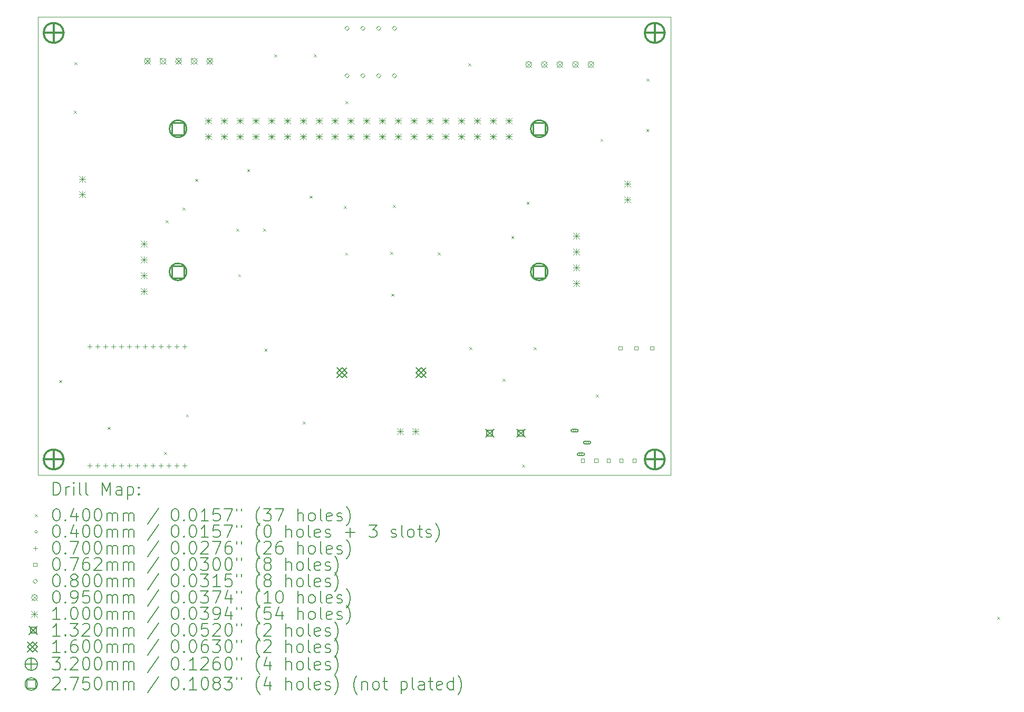
<source format=gbr>
%FSLAX45Y45*%
G04 Gerber Fmt 4.5, Leading zero omitted, Abs format (unit mm)*
G04 Created by KiCad (PCBNEW (6.0.6)) date 2022-08-15 14:06:15*
%MOMM*%
%LPD*%
G01*
G04 APERTURE LIST*
%TA.AperFunction,Profile*%
%ADD10C,0.100000*%
%TD*%
%ADD11C,0.200000*%
%ADD12C,0.040000*%
%ADD13C,0.070000*%
%ADD14C,0.076200*%
%ADD15C,0.080000*%
%ADD16C,0.095000*%
%ADD17C,0.100000*%
%ADD18C,0.132000*%
%ADD19C,0.160000*%
%ADD20C,0.320000*%
%ADD21C,0.275000*%
G04 APERTURE END LIST*
D10*
X7620000Y-5080000D02*
X17780000Y-5080000D01*
X17780000Y-5080000D02*
X17780000Y-12446000D01*
X17780000Y-12446000D02*
X7620000Y-12446000D01*
X7620000Y-12446000D02*
X7620000Y-5080000D01*
D11*
D12*
X7964080Y-10916320D02*
X8004080Y-10956320D01*
X8004080Y-10916320D02*
X7964080Y-10956320D01*
X8197760Y-6583080D02*
X8237760Y-6623080D01*
X8237760Y-6583080D02*
X8197760Y-6623080D01*
X8205380Y-5805840D02*
X8245380Y-5845840D01*
X8245380Y-5805840D02*
X8205380Y-5845840D01*
X8741320Y-11668160D02*
X8781320Y-11708160D01*
X8781320Y-11668160D02*
X8741320Y-11708160D01*
X9650640Y-12072020D02*
X9690640Y-12112020D01*
X9690640Y-12072020D02*
X9650640Y-12112020D01*
X9675000Y-8346000D02*
X9715000Y-8386000D01*
X9715000Y-8346000D02*
X9675000Y-8386000D01*
X9944000Y-8145000D02*
X9984000Y-8185000D01*
X9984000Y-8145000D02*
X9944000Y-8185000D01*
X9998500Y-11465500D02*
X10038500Y-11505500D01*
X10038500Y-11465500D02*
X9998500Y-11505500D01*
X10149000Y-7680000D02*
X10189000Y-7720000D01*
X10189000Y-7680000D02*
X10149000Y-7720000D01*
X10810000Y-8479000D02*
X10850000Y-8519000D01*
X10850000Y-8479000D02*
X10810000Y-8519000D01*
X10837000Y-9213000D02*
X10877000Y-9253000D01*
X10877000Y-9213000D02*
X10837000Y-9253000D01*
X10982000Y-7525000D02*
X11022000Y-7565000D01*
X11022000Y-7525000D02*
X10982000Y-7565000D01*
X11239000Y-8481000D02*
X11279000Y-8521000D01*
X11279000Y-8481000D02*
X11239000Y-8521000D01*
X11261000Y-10410860D02*
X11301000Y-10450860D01*
X11301000Y-10410860D02*
X11261000Y-10450860D01*
X11418480Y-5676300D02*
X11458480Y-5716300D01*
X11458480Y-5676300D02*
X11418480Y-5716300D01*
X11874000Y-11581000D02*
X11914000Y-11621000D01*
X11914000Y-11581000D02*
X11874000Y-11621000D01*
X11986000Y-7952000D02*
X12026000Y-7992000D01*
X12026000Y-7952000D02*
X11986000Y-7992000D01*
X12053480Y-5676300D02*
X12093480Y-5716300D01*
X12093480Y-5676300D02*
X12053480Y-5716300D01*
X12533540Y-8114700D02*
X12573540Y-8154700D01*
X12573540Y-8114700D02*
X12533540Y-8154700D01*
X12556400Y-8866540D02*
X12596400Y-8906540D01*
X12596400Y-8866540D02*
X12556400Y-8906540D01*
X12559000Y-6435000D02*
X12599000Y-6475000D01*
X12599000Y-6435000D02*
X12559000Y-6475000D01*
X13277760Y-8851300D02*
X13317760Y-8891300D01*
X13317760Y-8851300D02*
X13277760Y-8891300D01*
X13298080Y-9526940D02*
X13338080Y-9566940D01*
X13338080Y-9526940D02*
X13298080Y-9566940D01*
X13323480Y-8099460D02*
X13363480Y-8139460D01*
X13363480Y-8099460D02*
X13323480Y-8139460D01*
X14044840Y-8861460D02*
X14084840Y-8901460D01*
X14084840Y-8861460D02*
X14044840Y-8901460D01*
X14532520Y-5821080D02*
X14572520Y-5861080D01*
X14572520Y-5821080D02*
X14532520Y-5861080D01*
X14550300Y-10388000D02*
X14590300Y-10428000D01*
X14590300Y-10388000D02*
X14550300Y-10428000D01*
X15081160Y-10893460D02*
X15121160Y-10933460D01*
X15121160Y-10893460D02*
X15081160Y-10933460D01*
X15224000Y-8602000D02*
X15264000Y-8642000D01*
X15264000Y-8602000D02*
X15224000Y-8642000D01*
X15398000Y-12275000D02*
X15438000Y-12315000D01*
X15438000Y-12275000D02*
X15398000Y-12315000D01*
X15469000Y-8050000D02*
X15509000Y-8090000D01*
X15509000Y-8050000D02*
X15469000Y-8090000D01*
X15581540Y-10388000D02*
X15621540Y-10428000D01*
X15621540Y-10388000D02*
X15581540Y-10428000D01*
X16584840Y-11147460D02*
X16624840Y-11187460D01*
X16624840Y-11147460D02*
X16584840Y-11187460D01*
X16654500Y-7036500D02*
X16694500Y-7076500D01*
X16694500Y-7036500D02*
X16654500Y-7076500D01*
X17390020Y-6880260D02*
X17430020Y-6920260D01*
X17430020Y-6880260D02*
X17390020Y-6920260D01*
X17392560Y-6067460D02*
X17432560Y-6107460D01*
X17432560Y-6067460D02*
X17392560Y-6107460D01*
X23026280Y-14723780D02*
X23066280Y-14763780D01*
X23066280Y-14723780D02*
X23026280Y-14763780D01*
X16260160Y-11729300D02*
G75*
G03*
X16260160Y-11729300I-20000J0D01*
G01*
D11*
X16202660Y-11749300D02*
X16277660Y-11749300D01*
X16202660Y-11709300D02*
X16277660Y-11709300D01*
X16277660Y-11749300D02*
G75*
G03*
X16277660Y-11709300I0J20000D01*
G01*
X16202660Y-11709300D02*
G75*
G03*
X16202660Y-11749300I0J-20000D01*
G01*
D12*
X16360160Y-12109300D02*
G75*
G03*
X16360160Y-12109300I-20000J0D01*
G01*
D11*
X16302660Y-12129300D02*
X16377660Y-12129300D01*
X16302660Y-12089300D02*
X16377660Y-12089300D01*
X16377660Y-12129300D02*
G75*
G03*
X16377660Y-12089300I0J20000D01*
G01*
X16302660Y-12089300D02*
G75*
G03*
X16302660Y-12129300I0J-20000D01*
G01*
D12*
X16460160Y-11919300D02*
G75*
G03*
X16460160Y-11919300I-20000J0D01*
G01*
D11*
X16402660Y-11939300D02*
X16477660Y-11939300D01*
X16402660Y-11899300D02*
X16477660Y-11899300D01*
X16477660Y-11939300D02*
G75*
G03*
X16477660Y-11899300I0J20000D01*
G01*
X16402660Y-11899300D02*
G75*
G03*
X16402660Y-11939300I0J-20000D01*
G01*
D13*
X8455680Y-10341900D02*
X8455680Y-10411900D01*
X8420680Y-10376900D02*
X8490680Y-10376900D01*
X8455680Y-12251900D02*
X8455680Y-12321900D01*
X8420680Y-12286900D02*
X8490680Y-12286900D01*
X8582680Y-10341900D02*
X8582680Y-10411900D01*
X8547680Y-10376900D02*
X8617680Y-10376900D01*
X8582680Y-12251900D02*
X8582680Y-12321900D01*
X8547680Y-12286900D02*
X8617680Y-12286900D01*
X8709680Y-10341900D02*
X8709680Y-10411900D01*
X8674680Y-10376900D02*
X8744680Y-10376900D01*
X8709680Y-12251900D02*
X8709680Y-12321900D01*
X8674680Y-12286900D02*
X8744680Y-12286900D01*
X8836680Y-10341900D02*
X8836680Y-10411900D01*
X8801680Y-10376900D02*
X8871680Y-10376900D01*
X8836680Y-12251900D02*
X8836680Y-12321900D01*
X8801680Y-12286900D02*
X8871680Y-12286900D01*
X8963680Y-10341900D02*
X8963680Y-10411900D01*
X8928680Y-10376900D02*
X8998680Y-10376900D01*
X8963680Y-12251900D02*
X8963680Y-12321900D01*
X8928680Y-12286900D02*
X8998680Y-12286900D01*
X9090680Y-10341900D02*
X9090680Y-10411900D01*
X9055680Y-10376900D02*
X9125680Y-10376900D01*
X9090680Y-12251900D02*
X9090680Y-12321900D01*
X9055680Y-12286900D02*
X9125680Y-12286900D01*
X9217680Y-10341900D02*
X9217680Y-10411900D01*
X9182680Y-10376900D02*
X9252680Y-10376900D01*
X9217680Y-12251900D02*
X9217680Y-12321900D01*
X9182680Y-12286900D02*
X9252680Y-12286900D01*
X9344680Y-10341900D02*
X9344680Y-10411900D01*
X9309680Y-10376900D02*
X9379680Y-10376900D01*
X9344680Y-12251900D02*
X9344680Y-12321900D01*
X9309680Y-12286900D02*
X9379680Y-12286900D01*
X9471680Y-10341900D02*
X9471680Y-10411900D01*
X9436680Y-10376900D02*
X9506680Y-10376900D01*
X9471680Y-12251900D02*
X9471680Y-12321900D01*
X9436680Y-12286900D02*
X9506680Y-12286900D01*
X9598680Y-10341900D02*
X9598680Y-10411900D01*
X9563680Y-10376900D02*
X9633680Y-10376900D01*
X9598680Y-12251900D02*
X9598680Y-12321900D01*
X9563680Y-12286900D02*
X9633680Y-12286900D01*
X9725680Y-10341900D02*
X9725680Y-10411900D01*
X9690680Y-10376900D02*
X9760680Y-10376900D01*
X9725680Y-12251900D02*
X9725680Y-12321900D01*
X9690680Y-12286900D02*
X9760680Y-12286900D01*
X9852680Y-10341900D02*
X9852680Y-10411900D01*
X9817680Y-10376900D02*
X9887680Y-10376900D01*
X9852680Y-12251900D02*
X9852680Y-12321900D01*
X9817680Y-12286900D02*
X9887680Y-12286900D01*
X9979680Y-10341900D02*
X9979680Y-10411900D01*
X9944680Y-10376900D02*
X10014680Y-10376900D01*
X9979680Y-12251900D02*
X9979680Y-12321900D01*
X9944680Y-12286900D02*
X10014680Y-12286900D01*
D14*
X16396941Y-12236941D02*
X16396941Y-12183059D01*
X16343059Y-12183059D01*
X16343059Y-12236941D01*
X16396941Y-12236941D01*
X16611941Y-12236941D02*
X16611941Y-12183059D01*
X16558059Y-12183059D01*
X16558059Y-12236941D01*
X16611941Y-12236941D01*
X16811941Y-12236941D02*
X16811941Y-12183059D01*
X16758059Y-12183059D01*
X16758059Y-12236941D01*
X16811941Y-12236941D01*
X17000441Y-10426941D02*
X17000441Y-10373059D01*
X16946559Y-10373059D01*
X16946559Y-10426941D01*
X17000441Y-10426941D01*
X17011941Y-12236941D02*
X17011941Y-12183059D01*
X16958059Y-12183059D01*
X16958059Y-12236941D01*
X17011941Y-12236941D01*
X17226941Y-12236941D02*
X17226941Y-12183059D01*
X17173059Y-12183059D01*
X17173059Y-12236941D01*
X17226941Y-12236941D01*
X17254441Y-10426941D02*
X17254441Y-10373059D01*
X17200559Y-10373059D01*
X17200559Y-10426941D01*
X17254441Y-10426941D01*
X17508441Y-10426941D02*
X17508441Y-10373059D01*
X17454559Y-10373059D01*
X17454559Y-10426941D01*
X17508441Y-10426941D01*
D15*
X12581000Y-5296500D02*
X12621000Y-5256500D01*
X12581000Y-5216500D01*
X12541000Y-5256500D01*
X12581000Y-5296500D01*
X12581000Y-6058500D02*
X12621000Y-6018500D01*
X12581000Y-5978500D01*
X12541000Y-6018500D01*
X12581000Y-6058500D01*
X12835000Y-5296500D02*
X12875000Y-5256500D01*
X12835000Y-5216500D01*
X12795000Y-5256500D01*
X12835000Y-5296500D01*
X12835000Y-6058500D02*
X12875000Y-6018500D01*
X12835000Y-5978500D01*
X12795000Y-6018500D01*
X12835000Y-6058500D01*
X13089000Y-5296500D02*
X13129000Y-5256500D01*
X13089000Y-5216500D01*
X13049000Y-5256500D01*
X13089000Y-5296500D01*
X13089000Y-6058500D02*
X13129000Y-6018500D01*
X13089000Y-5978500D01*
X13049000Y-6018500D01*
X13089000Y-6058500D01*
X13343000Y-5296500D02*
X13383000Y-5256500D01*
X13343000Y-5216500D01*
X13303000Y-5256500D01*
X13343000Y-5296500D01*
X13343000Y-6058500D02*
X13383000Y-6018500D01*
X13343000Y-5978500D01*
X13303000Y-6018500D01*
X13343000Y-6058500D01*
D16*
X9332500Y-5740750D02*
X9427500Y-5835750D01*
X9427500Y-5740750D02*
X9332500Y-5835750D01*
X9427500Y-5788250D02*
G75*
G03*
X9427500Y-5788250I-47500J0D01*
G01*
X9582500Y-5740750D02*
X9677500Y-5835750D01*
X9677500Y-5740750D02*
X9582500Y-5835750D01*
X9677500Y-5788250D02*
G75*
G03*
X9677500Y-5788250I-47500J0D01*
G01*
X9832500Y-5740750D02*
X9927500Y-5835750D01*
X9927500Y-5740750D02*
X9832500Y-5835750D01*
X9927500Y-5788250D02*
G75*
G03*
X9927500Y-5788250I-47500J0D01*
G01*
X10082500Y-5740750D02*
X10177500Y-5835750D01*
X10177500Y-5740750D02*
X10082500Y-5835750D01*
X10177500Y-5788250D02*
G75*
G03*
X10177500Y-5788250I-47500J0D01*
G01*
X10332500Y-5740750D02*
X10427500Y-5835750D01*
X10427500Y-5740750D02*
X10332500Y-5835750D01*
X10427500Y-5788250D02*
G75*
G03*
X10427500Y-5788250I-47500J0D01*
G01*
X15454500Y-5793750D02*
X15549500Y-5888750D01*
X15549500Y-5793750D02*
X15454500Y-5888750D01*
X15549500Y-5841250D02*
G75*
G03*
X15549500Y-5841250I-47500J0D01*
G01*
X15704500Y-5793750D02*
X15799500Y-5888750D01*
X15799500Y-5793750D02*
X15704500Y-5888750D01*
X15799500Y-5841250D02*
G75*
G03*
X15799500Y-5841250I-47500J0D01*
G01*
X15954500Y-5793750D02*
X16049500Y-5888750D01*
X16049500Y-5793750D02*
X15954500Y-5888750D01*
X16049500Y-5841250D02*
G75*
G03*
X16049500Y-5841250I-47500J0D01*
G01*
X16204500Y-5793750D02*
X16299500Y-5888750D01*
X16299500Y-5793750D02*
X16204500Y-5888750D01*
X16299500Y-5841250D02*
G75*
G03*
X16299500Y-5841250I-47500J0D01*
G01*
X16454500Y-5793750D02*
X16549500Y-5888750D01*
X16549500Y-5793750D02*
X16454500Y-5888750D01*
X16549500Y-5841250D02*
G75*
G03*
X16549500Y-5841250I-47500J0D01*
G01*
D17*
X8283850Y-7632040D02*
X8383850Y-7732040D01*
X8383850Y-7632040D02*
X8283850Y-7732040D01*
X8333850Y-7632040D02*
X8333850Y-7732040D01*
X8283850Y-7682040D02*
X8383850Y-7682040D01*
X8283850Y-7882040D02*
X8383850Y-7982040D01*
X8383850Y-7882040D02*
X8283850Y-7982040D01*
X8333850Y-7882040D02*
X8333850Y-7982040D01*
X8283850Y-7932040D02*
X8383850Y-7932040D01*
X9277000Y-8678000D02*
X9377000Y-8778000D01*
X9377000Y-8678000D02*
X9277000Y-8778000D01*
X9327000Y-8678000D02*
X9327000Y-8778000D01*
X9277000Y-8728000D02*
X9377000Y-8728000D01*
X9277000Y-8932000D02*
X9377000Y-9032000D01*
X9377000Y-8932000D02*
X9277000Y-9032000D01*
X9327000Y-8932000D02*
X9327000Y-9032000D01*
X9277000Y-8982000D02*
X9377000Y-8982000D01*
X9277000Y-9186000D02*
X9377000Y-9286000D01*
X9377000Y-9186000D02*
X9277000Y-9286000D01*
X9327000Y-9186000D02*
X9327000Y-9286000D01*
X9277000Y-9236000D02*
X9377000Y-9236000D01*
X9277000Y-9440000D02*
X9377000Y-9540000D01*
X9377000Y-9440000D02*
X9277000Y-9540000D01*
X9327000Y-9440000D02*
X9327000Y-9540000D01*
X9277000Y-9490000D02*
X9377000Y-9490000D01*
X10309500Y-6698500D02*
X10409500Y-6798500D01*
X10409500Y-6698500D02*
X10309500Y-6798500D01*
X10359500Y-6698500D02*
X10359500Y-6798500D01*
X10309500Y-6748500D02*
X10409500Y-6748500D01*
X10309500Y-6952500D02*
X10409500Y-7052500D01*
X10409500Y-6952500D02*
X10309500Y-7052500D01*
X10359500Y-6952500D02*
X10359500Y-7052500D01*
X10309500Y-7002500D02*
X10409500Y-7002500D01*
X10563500Y-6698500D02*
X10663500Y-6798500D01*
X10663500Y-6698500D02*
X10563500Y-6798500D01*
X10613500Y-6698500D02*
X10613500Y-6798500D01*
X10563500Y-6748500D02*
X10663500Y-6748500D01*
X10563500Y-6952500D02*
X10663500Y-7052500D01*
X10663500Y-6952500D02*
X10563500Y-7052500D01*
X10613500Y-6952500D02*
X10613500Y-7052500D01*
X10563500Y-7002500D02*
X10663500Y-7002500D01*
X10817500Y-6698500D02*
X10917500Y-6798500D01*
X10917500Y-6698500D02*
X10817500Y-6798500D01*
X10867500Y-6698500D02*
X10867500Y-6798500D01*
X10817500Y-6748500D02*
X10917500Y-6748500D01*
X10817500Y-6952500D02*
X10917500Y-7052500D01*
X10917500Y-6952500D02*
X10817500Y-7052500D01*
X10867500Y-6952500D02*
X10867500Y-7052500D01*
X10817500Y-7002500D02*
X10917500Y-7002500D01*
X11071500Y-6698500D02*
X11171500Y-6798500D01*
X11171500Y-6698500D02*
X11071500Y-6798500D01*
X11121500Y-6698500D02*
X11121500Y-6798500D01*
X11071500Y-6748500D02*
X11171500Y-6748500D01*
X11071500Y-6952500D02*
X11171500Y-7052500D01*
X11171500Y-6952500D02*
X11071500Y-7052500D01*
X11121500Y-6952500D02*
X11121500Y-7052500D01*
X11071500Y-7002500D02*
X11171500Y-7002500D01*
X11325500Y-6698500D02*
X11425500Y-6798500D01*
X11425500Y-6698500D02*
X11325500Y-6798500D01*
X11375500Y-6698500D02*
X11375500Y-6798500D01*
X11325500Y-6748500D02*
X11425500Y-6748500D01*
X11325500Y-6952500D02*
X11425500Y-7052500D01*
X11425500Y-6952500D02*
X11325500Y-7052500D01*
X11375500Y-6952500D02*
X11375500Y-7052500D01*
X11325500Y-7002500D02*
X11425500Y-7002500D01*
X11579500Y-6698500D02*
X11679500Y-6798500D01*
X11679500Y-6698500D02*
X11579500Y-6798500D01*
X11629500Y-6698500D02*
X11629500Y-6798500D01*
X11579500Y-6748500D02*
X11679500Y-6748500D01*
X11579500Y-6952500D02*
X11679500Y-7052500D01*
X11679500Y-6952500D02*
X11579500Y-7052500D01*
X11629500Y-6952500D02*
X11629500Y-7052500D01*
X11579500Y-7002500D02*
X11679500Y-7002500D01*
X11833500Y-6698500D02*
X11933500Y-6798500D01*
X11933500Y-6698500D02*
X11833500Y-6798500D01*
X11883500Y-6698500D02*
X11883500Y-6798500D01*
X11833500Y-6748500D02*
X11933500Y-6748500D01*
X11833500Y-6952500D02*
X11933500Y-7052500D01*
X11933500Y-6952500D02*
X11833500Y-7052500D01*
X11883500Y-6952500D02*
X11883500Y-7052500D01*
X11833500Y-7002500D02*
X11933500Y-7002500D01*
X12087500Y-6698500D02*
X12187500Y-6798500D01*
X12187500Y-6698500D02*
X12087500Y-6798500D01*
X12137500Y-6698500D02*
X12137500Y-6798500D01*
X12087500Y-6748500D02*
X12187500Y-6748500D01*
X12087500Y-6952500D02*
X12187500Y-7052500D01*
X12187500Y-6952500D02*
X12087500Y-7052500D01*
X12137500Y-6952500D02*
X12137500Y-7052500D01*
X12087500Y-7002500D02*
X12187500Y-7002500D01*
X12341500Y-6698500D02*
X12441500Y-6798500D01*
X12441500Y-6698500D02*
X12341500Y-6798500D01*
X12391500Y-6698500D02*
X12391500Y-6798500D01*
X12341500Y-6748500D02*
X12441500Y-6748500D01*
X12341500Y-6952500D02*
X12441500Y-7052500D01*
X12441500Y-6952500D02*
X12341500Y-7052500D01*
X12391500Y-6952500D02*
X12391500Y-7052500D01*
X12341500Y-7002500D02*
X12441500Y-7002500D01*
X12595500Y-6698500D02*
X12695500Y-6798500D01*
X12695500Y-6698500D02*
X12595500Y-6798500D01*
X12645500Y-6698500D02*
X12645500Y-6798500D01*
X12595500Y-6748500D02*
X12695500Y-6748500D01*
X12595500Y-6952500D02*
X12695500Y-7052500D01*
X12695500Y-6952500D02*
X12595500Y-7052500D01*
X12645500Y-6952500D02*
X12645500Y-7052500D01*
X12595500Y-7002500D02*
X12695500Y-7002500D01*
X12849500Y-6698500D02*
X12949500Y-6798500D01*
X12949500Y-6698500D02*
X12849500Y-6798500D01*
X12899500Y-6698500D02*
X12899500Y-6798500D01*
X12849500Y-6748500D02*
X12949500Y-6748500D01*
X12849500Y-6952500D02*
X12949500Y-7052500D01*
X12949500Y-6952500D02*
X12849500Y-7052500D01*
X12899500Y-6952500D02*
X12899500Y-7052500D01*
X12849500Y-7002500D02*
X12949500Y-7002500D01*
X13103500Y-6698500D02*
X13203500Y-6798500D01*
X13203500Y-6698500D02*
X13103500Y-6798500D01*
X13153500Y-6698500D02*
X13153500Y-6798500D01*
X13103500Y-6748500D02*
X13203500Y-6748500D01*
X13103500Y-6952500D02*
X13203500Y-7052500D01*
X13203500Y-6952500D02*
X13103500Y-7052500D01*
X13153500Y-6952500D02*
X13153500Y-7052500D01*
X13103500Y-7002500D02*
X13203500Y-7002500D01*
X13357500Y-6698500D02*
X13457500Y-6798500D01*
X13457500Y-6698500D02*
X13357500Y-6798500D01*
X13407500Y-6698500D02*
X13407500Y-6798500D01*
X13357500Y-6748500D02*
X13457500Y-6748500D01*
X13357500Y-6952500D02*
X13457500Y-7052500D01*
X13457500Y-6952500D02*
X13357500Y-7052500D01*
X13407500Y-6952500D02*
X13407500Y-7052500D01*
X13357500Y-7002500D02*
X13457500Y-7002500D01*
X13387500Y-11686750D02*
X13487500Y-11786750D01*
X13487500Y-11686750D02*
X13387500Y-11786750D01*
X13437500Y-11686750D02*
X13437500Y-11786750D01*
X13387500Y-11736750D02*
X13487500Y-11736750D01*
X13611500Y-6698500D02*
X13711500Y-6798500D01*
X13711500Y-6698500D02*
X13611500Y-6798500D01*
X13661500Y-6698500D02*
X13661500Y-6798500D01*
X13611500Y-6748500D02*
X13711500Y-6748500D01*
X13611500Y-6952500D02*
X13711500Y-7052500D01*
X13711500Y-6952500D02*
X13611500Y-7052500D01*
X13661500Y-6952500D02*
X13661500Y-7052500D01*
X13611500Y-7002500D02*
X13711500Y-7002500D01*
X13637500Y-11686750D02*
X13737500Y-11786750D01*
X13737500Y-11686750D02*
X13637500Y-11786750D01*
X13687500Y-11686750D02*
X13687500Y-11786750D01*
X13637500Y-11736750D02*
X13737500Y-11736750D01*
X13865500Y-6698500D02*
X13965500Y-6798500D01*
X13965500Y-6698500D02*
X13865500Y-6798500D01*
X13915500Y-6698500D02*
X13915500Y-6798500D01*
X13865500Y-6748500D02*
X13965500Y-6748500D01*
X13865500Y-6952500D02*
X13965500Y-7052500D01*
X13965500Y-6952500D02*
X13865500Y-7052500D01*
X13915500Y-6952500D02*
X13915500Y-7052500D01*
X13865500Y-7002500D02*
X13965500Y-7002500D01*
X14119500Y-6698500D02*
X14219500Y-6798500D01*
X14219500Y-6698500D02*
X14119500Y-6798500D01*
X14169500Y-6698500D02*
X14169500Y-6798500D01*
X14119500Y-6748500D02*
X14219500Y-6748500D01*
X14119500Y-6952500D02*
X14219500Y-7052500D01*
X14219500Y-6952500D02*
X14119500Y-7052500D01*
X14169500Y-6952500D02*
X14169500Y-7052500D01*
X14119500Y-7002500D02*
X14219500Y-7002500D01*
X14373500Y-6698500D02*
X14473500Y-6798500D01*
X14473500Y-6698500D02*
X14373500Y-6798500D01*
X14423500Y-6698500D02*
X14423500Y-6798500D01*
X14373500Y-6748500D02*
X14473500Y-6748500D01*
X14373500Y-6952500D02*
X14473500Y-7052500D01*
X14473500Y-6952500D02*
X14373500Y-7052500D01*
X14423500Y-6952500D02*
X14423500Y-7052500D01*
X14373500Y-7002500D02*
X14473500Y-7002500D01*
X14627500Y-6698500D02*
X14727500Y-6798500D01*
X14727500Y-6698500D02*
X14627500Y-6798500D01*
X14677500Y-6698500D02*
X14677500Y-6798500D01*
X14627500Y-6748500D02*
X14727500Y-6748500D01*
X14627500Y-6952500D02*
X14727500Y-7052500D01*
X14727500Y-6952500D02*
X14627500Y-7052500D01*
X14677500Y-6952500D02*
X14677500Y-7052500D01*
X14627500Y-7002500D02*
X14727500Y-7002500D01*
X14881500Y-6698500D02*
X14981500Y-6798500D01*
X14981500Y-6698500D02*
X14881500Y-6798500D01*
X14931500Y-6698500D02*
X14931500Y-6798500D01*
X14881500Y-6748500D02*
X14981500Y-6748500D01*
X14881500Y-6952500D02*
X14981500Y-7052500D01*
X14981500Y-6952500D02*
X14881500Y-7052500D01*
X14931500Y-6952500D02*
X14931500Y-7052500D01*
X14881500Y-7002500D02*
X14981500Y-7002500D01*
X15135500Y-6698500D02*
X15235500Y-6798500D01*
X15235500Y-6698500D02*
X15135500Y-6798500D01*
X15185500Y-6698500D02*
X15185500Y-6798500D01*
X15135500Y-6748500D02*
X15235500Y-6748500D01*
X15135500Y-6952500D02*
X15235500Y-7052500D01*
X15235500Y-6952500D02*
X15135500Y-7052500D01*
X15185500Y-6952500D02*
X15185500Y-7052500D01*
X15135500Y-7002500D02*
X15235500Y-7002500D01*
X16214000Y-8551000D02*
X16314000Y-8651000D01*
X16314000Y-8551000D02*
X16214000Y-8651000D01*
X16264000Y-8551000D02*
X16264000Y-8651000D01*
X16214000Y-8601000D02*
X16314000Y-8601000D01*
X16214000Y-8805000D02*
X16314000Y-8905000D01*
X16314000Y-8805000D02*
X16214000Y-8905000D01*
X16264000Y-8805000D02*
X16264000Y-8905000D01*
X16214000Y-8855000D02*
X16314000Y-8855000D01*
X16214000Y-9059000D02*
X16314000Y-9159000D01*
X16314000Y-9059000D02*
X16214000Y-9159000D01*
X16264000Y-9059000D02*
X16264000Y-9159000D01*
X16214000Y-9109000D02*
X16314000Y-9109000D01*
X16214000Y-9313000D02*
X16314000Y-9413000D01*
X16314000Y-9313000D02*
X16214000Y-9413000D01*
X16264000Y-9313000D02*
X16264000Y-9413000D01*
X16214000Y-9363000D02*
X16314000Y-9363000D01*
X17038750Y-7712000D02*
X17138750Y-7812000D01*
X17138750Y-7712000D02*
X17038750Y-7812000D01*
X17088750Y-7712000D02*
X17088750Y-7812000D01*
X17038750Y-7762000D02*
X17138750Y-7762000D01*
X17038750Y-7962000D02*
X17138750Y-8062000D01*
X17138750Y-7962000D02*
X17038750Y-8062000D01*
X17088750Y-7962000D02*
X17088750Y-8062000D01*
X17038750Y-8012000D02*
X17138750Y-8012000D01*
D18*
X14810500Y-11704000D02*
X14942500Y-11836000D01*
X14942500Y-11704000D02*
X14810500Y-11836000D01*
X14923169Y-11816669D02*
X14923169Y-11723330D01*
X14829830Y-11723330D01*
X14829830Y-11816669D01*
X14923169Y-11816669D01*
X15310500Y-11704000D02*
X15442500Y-11836000D01*
X15442500Y-11704000D02*
X15310500Y-11836000D01*
X15423169Y-11816669D02*
X15423169Y-11723330D01*
X15329830Y-11723330D01*
X15329830Y-11816669D01*
X15423169Y-11816669D01*
D19*
X12426000Y-10719000D02*
X12586000Y-10879000D01*
X12586000Y-10719000D02*
X12426000Y-10879000D01*
X12506000Y-10879000D02*
X12586000Y-10799000D01*
X12506000Y-10719000D01*
X12426000Y-10799000D01*
X12506000Y-10879000D01*
X13696000Y-10719000D02*
X13856000Y-10879000D01*
X13856000Y-10719000D02*
X13696000Y-10879000D01*
X13776000Y-10879000D02*
X13856000Y-10799000D01*
X13776000Y-10719000D01*
X13696000Y-10799000D01*
X13776000Y-10879000D01*
D20*
X7874000Y-5174000D02*
X7874000Y-5494000D01*
X7714000Y-5334000D02*
X8034000Y-5334000D01*
X8034000Y-5334000D02*
G75*
G03*
X8034000Y-5334000I-160000J0D01*
G01*
X7874000Y-12032000D02*
X7874000Y-12352000D01*
X7714000Y-12192000D02*
X8034000Y-12192000D01*
X8034000Y-12192000D02*
G75*
G03*
X8034000Y-12192000I-160000J0D01*
G01*
X17526000Y-5174000D02*
X17526000Y-5494000D01*
X17366000Y-5334000D02*
X17686000Y-5334000D01*
X17686000Y-5334000D02*
G75*
G03*
X17686000Y-5334000I-160000J0D01*
G01*
X17526000Y-12032000D02*
X17526000Y-12352000D01*
X17366000Y-12192000D02*
X17686000Y-12192000D01*
X17686000Y-12192000D02*
G75*
G03*
X17686000Y-12192000I-160000J0D01*
G01*
D21*
X9969728Y-6972728D02*
X9969728Y-6778272D01*
X9775272Y-6778272D01*
X9775272Y-6972728D01*
X9969728Y-6972728D01*
X10010000Y-6875500D02*
G75*
G03*
X10010000Y-6875500I-137500J0D01*
G01*
X9969728Y-9272728D02*
X9969728Y-9078272D01*
X9775272Y-9078272D01*
X9775272Y-9272728D01*
X9969728Y-9272728D01*
X10010000Y-9175500D02*
G75*
G03*
X10010000Y-9175500I-137500J0D01*
G01*
X15769728Y-6972728D02*
X15769728Y-6778272D01*
X15575272Y-6778272D01*
X15575272Y-6972728D01*
X15769728Y-6972728D01*
X15810000Y-6875500D02*
G75*
G03*
X15810000Y-6875500I-137500J0D01*
G01*
X15769728Y-9272728D02*
X15769728Y-9078272D01*
X15575272Y-9078272D01*
X15575272Y-9272728D01*
X15769728Y-9272728D01*
X15810000Y-9175500D02*
G75*
G03*
X15810000Y-9175500I-137500J0D01*
G01*
D11*
X7872619Y-12761476D02*
X7872619Y-12561476D01*
X7920238Y-12561476D01*
X7948809Y-12571000D01*
X7967857Y-12590048D01*
X7977381Y-12609095D01*
X7986905Y-12647190D01*
X7986905Y-12675762D01*
X7977381Y-12713857D01*
X7967857Y-12732905D01*
X7948809Y-12751952D01*
X7920238Y-12761476D01*
X7872619Y-12761476D01*
X8072619Y-12761476D02*
X8072619Y-12628143D01*
X8072619Y-12666238D02*
X8082143Y-12647190D01*
X8091667Y-12637667D01*
X8110714Y-12628143D01*
X8129762Y-12628143D01*
X8196428Y-12761476D02*
X8196428Y-12628143D01*
X8196428Y-12561476D02*
X8186905Y-12571000D01*
X8196428Y-12580524D01*
X8205952Y-12571000D01*
X8196428Y-12561476D01*
X8196428Y-12580524D01*
X8320238Y-12761476D02*
X8301190Y-12751952D01*
X8291667Y-12732905D01*
X8291667Y-12561476D01*
X8425000Y-12761476D02*
X8405952Y-12751952D01*
X8396429Y-12732905D01*
X8396429Y-12561476D01*
X8653571Y-12761476D02*
X8653571Y-12561476D01*
X8720238Y-12704333D01*
X8786905Y-12561476D01*
X8786905Y-12761476D01*
X8967857Y-12761476D02*
X8967857Y-12656714D01*
X8958333Y-12637667D01*
X8939286Y-12628143D01*
X8901190Y-12628143D01*
X8882143Y-12637667D01*
X8967857Y-12751952D02*
X8948810Y-12761476D01*
X8901190Y-12761476D01*
X8882143Y-12751952D01*
X8872619Y-12732905D01*
X8872619Y-12713857D01*
X8882143Y-12694809D01*
X8901190Y-12685286D01*
X8948810Y-12685286D01*
X8967857Y-12675762D01*
X9063095Y-12628143D02*
X9063095Y-12828143D01*
X9063095Y-12637667D02*
X9082143Y-12628143D01*
X9120238Y-12628143D01*
X9139286Y-12637667D01*
X9148810Y-12647190D01*
X9158333Y-12666238D01*
X9158333Y-12723381D01*
X9148810Y-12742428D01*
X9139286Y-12751952D01*
X9120238Y-12761476D01*
X9082143Y-12761476D01*
X9063095Y-12751952D01*
X9244048Y-12742428D02*
X9253571Y-12751952D01*
X9244048Y-12761476D01*
X9234524Y-12751952D01*
X9244048Y-12742428D01*
X9244048Y-12761476D01*
X9244048Y-12637667D02*
X9253571Y-12647190D01*
X9244048Y-12656714D01*
X9234524Y-12647190D01*
X9244048Y-12637667D01*
X9244048Y-12656714D01*
D12*
X7575000Y-13071000D02*
X7615000Y-13111000D01*
X7615000Y-13071000D02*
X7575000Y-13111000D01*
D11*
X7910714Y-12981476D02*
X7929762Y-12981476D01*
X7948809Y-12991000D01*
X7958333Y-13000524D01*
X7967857Y-13019571D01*
X7977381Y-13057667D01*
X7977381Y-13105286D01*
X7967857Y-13143381D01*
X7958333Y-13162428D01*
X7948809Y-13171952D01*
X7929762Y-13181476D01*
X7910714Y-13181476D01*
X7891667Y-13171952D01*
X7882143Y-13162428D01*
X7872619Y-13143381D01*
X7863095Y-13105286D01*
X7863095Y-13057667D01*
X7872619Y-13019571D01*
X7882143Y-13000524D01*
X7891667Y-12991000D01*
X7910714Y-12981476D01*
X8063095Y-13162428D02*
X8072619Y-13171952D01*
X8063095Y-13181476D01*
X8053571Y-13171952D01*
X8063095Y-13162428D01*
X8063095Y-13181476D01*
X8244048Y-13048143D02*
X8244048Y-13181476D01*
X8196428Y-12971952D02*
X8148809Y-13114809D01*
X8272619Y-13114809D01*
X8386905Y-12981476D02*
X8405952Y-12981476D01*
X8425000Y-12991000D01*
X8434524Y-13000524D01*
X8444048Y-13019571D01*
X8453571Y-13057667D01*
X8453571Y-13105286D01*
X8444048Y-13143381D01*
X8434524Y-13162428D01*
X8425000Y-13171952D01*
X8405952Y-13181476D01*
X8386905Y-13181476D01*
X8367857Y-13171952D01*
X8358333Y-13162428D01*
X8348809Y-13143381D01*
X8339286Y-13105286D01*
X8339286Y-13057667D01*
X8348809Y-13019571D01*
X8358333Y-13000524D01*
X8367857Y-12991000D01*
X8386905Y-12981476D01*
X8577381Y-12981476D02*
X8596429Y-12981476D01*
X8615476Y-12991000D01*
X8625000Y-13000524D01*
X8634524Y-13019571D01*
X8644048Y-13057667D01*
X8644048Y-13105286D01*
X8634524Y-13143381D01*
X8625000Y-13162428D01*
X8615476Y-13171952D01*
X8596429Y-13181476D01*
X8577381Y-13181476D01*
X8558333Y-13171952D01*
X8548810Y-13162428D01*
X8539286Y-13143381D01*
X8529762Y-13105286D01*
X8529762Y-13057667D01*
X8539286Y-13019571D01*
X8548810Y-13000524D01*
X8558333Y-12991000D01*
X8577381Y-12981476D01*
X8729762Y-13181476D02*
X8729762Y-13048143D01*
X8729762Y-13067190D02*
X8739286Y-13057667D01*
X8758333Y-13048143D01*
X8786905Y-13048143D01*
X8805952Y-13057667D01*
X8815476Y-13076714D01*
X8815476Y-13181476D01*
X8815476Y-13076714D02*
X8825000Y-13057667D01*
X8844048Y-13048143D01*
X8872619Y-13048143D01*
X8891667Y-13057667D01*
X8901190Y-13076714D01*
X8901190Y-13181476D01*
X8996429Y-13181476D02*
X8996429Y-13048143D01*
X8996429Y-13067190D02*
X9005952Y-13057667D01*
X9025000Y-13048143D01*
X9053571Y-13048143D01*
X9072619Y-13057667D01*
X9082143Y-13076714D01*
X9082143Y-13181476D01*
X9082143Y-13076714D02*
X9091667Y-13057667D01*
X9110714Y-13048143D01*
X9139286Y-13048143D01*
X9158333Y-13057667D01*
X9167857Y-13076714D01*
X9167857Y-13181476D01*
X9558333Y-12971952D02*
X9386905Y-13229095D01*
X9815476Y-12981476D02*
X9834524Y-12981476D01*
X9853571Y-12991000D01*
X9863095Y-13000524D01*
X9872619Y-13019571D01*
X9882143Y-13057667D01*
X9882143Y-13105286D01*
X9872619Y-13143381D01*
X9863095Y-13162428D01*
X9853571Y-13171952D01*
X9834524Y-13181476D01*
X9815476Y-13181476D01*
X9796429Y-13171952D01*
X9786905Y-13162428D01*
X9777381Y-13143381D01*
X9767857Y-13105286D01*
X9767857Y-13057667D01*
X9777381Y-13019571D01*
X9786905Y-13000524D01*
X9796429Y-12991000D01*
X9815476Y-12981476D01*
X9967857Y-13162428D02*
X9977381Y-13171952D01*
X9967857Y-13181476D01*
X9958333Y-13171952D01*
X9967857Y-13162428D01*
X9967857Y-13181476D01*
X10101190Y-12981476D02*
X10120238Y-12981476D01*
X10139286Y-12991000D01*
X10148810Y-13000524D01*
X10158333Y-13019571D01*
X10167857Y-13057667D01*
X10167857Y-13105286D01*
X10158333Y-13143381D01*
X10148810Y-13162428D01*
X10139286Y-13171952D01*
X10120238Y-13181476D01*
X10101190Y-13181476D01*
X10082143Y-13171952D01*
X10072619Y-13162428D01*
X10063095Y-13143381D01*
X10053571Y-13105286D01*
X10053571Y-13057667D01*
X10063095Y-13019571D01*
X10072619Y-13000524D01*
X10082143Y-12991000D01*
X10101190Y-12981476D01*
X10358333Y-13181476D02*
X10244048Y-13181476D01*
X10301190Y-13181476D02*
X10301190Y-12981476D01*
X10282143Y-13010048D01*
X10263095Y-13029095D01*
X10244048Y-13038619D01*
X10539286Y-12981476D02*
X10444048Y-12981476D01*
X10434524Y-13076714D01*
X10444048Y-13067190D01*
X10463095Y-13057667D01*
X10510714Y-13057667D01*
X10529762Y-13067190D01*
X10539286Y-13076714D01*
X10548810Y-13095762D01*
X10548810Y-13143381D01*
X10539286Y-13162428D01*
X10529762Y-13171952D01*
X10510714Y-13181476D01*
X10463095Y-13181476D01*
X10444048Y-13171952D01*
X10434524Y-13162428D01*
X10615476Y-12981476D02*
X10748810Y-12981476D01*
X10663095Y-13181476D01*
X10815476Y-12981476D02*
X10815476Y-13019571D01*
X10891667Y-12981476D02*
X10891667Y-13019571D01*
X11186905Y-13257667D02*
X11177381Y-13248143D01*
X11158333Y-13219571D01*
X11148810Y-13200524D01*
X11139286Y-13171952D01*
X11129762Y-13124333D01*
X11129762Y-13086238D01*
X11139286Y-13038619D01*
X11148810Y-13010048D01*
X11158333Y-12991000D01*
X11177381Y-12962428D01*
X11186905Y-12952905D01*
X11244048Y-12981476D02*
X11367857Y-12981476D01*
X11301190Y-13057667D01*
X11329762Y-13057667D01*
X11348809Y-13067190D01*
X11358333Y-13076714D01*
X11367857Y-13095762D01*
X11367857Y-13143381D01*
X11358333Y-13162428D01*
X11348809Y-13171952D01*
X11329762Y-13181476D01*
X11272619Y-13181476D01*
X11253571Y-13171952D01*
X11244048Y-13162428D01*
X11434524Y-12981476D02*
X11567857Y-12981476D01*
X11482143Y-13181476D01*
X11796428Y-13181476D02*
X11796428Y-12981476D01*
X11882143Y-13181476D02*
X11882143Y-13076714D01*
X11872619Y-13057667D01*
X11853571Y-13048143D01*
X11825000Y-13048143D01*
X11805952Y-13057667D01*
X11796428Y-13067190D01*
X12005952Y-13181476D02*
X11986905Y-13171952D01*
X11977381Y-13162428D01*
X11967857Y-13143381D01*
X11967857Y-13086238D01*
X11977381Y-13067190D01*
X11986905Y-13057667D01*
X12005952Y-13048143D01*
X12034524Y-13048143D01*
X12053571Y-13057667D01*
X12063095Y-13067190D01*
X12072619Y-13086238D01*
X12072619Y-13143381D01*
X12063095Y-13162428D01*
X12053571Y-13171952D01*
X12034524Y-13181476D01*
X12005952Y-13181476D01*
X12186905Y-13181476D02*
X12167857Y-13171952D01*
X12158333Y-13152905D01*
X12158333Y-12981476D01*
X12339286Y-13171952D02*
X12320238Y-13181476D01*
X12282143Y-13181476D01*
X12263095Y-13171952D01*
X12253571Y-13152905D01*
X12253571Y-13076714D01*
X12263095Y-13057667D01*
X12282143Y-13048143D01*
X12320238Y-13048143D01*
X12339286Y-13057667D01*
X12348809Y-13076714D01*
X12348809Y-13095762D01*
X12253571Y-13114809D01*
X12425000Y-13171952D02*
X12444048Y-13181476D01*
X12482143Y-13181476D01*
X12501190Y-13171952D01*
X12510714Y-13152905D01*
X12510714Y-13143381D01*
X12501190Y-13124333D01*
X12482143Y-13114809D01*
X12453571Y-13114809D01*
X12434524Y-13105286D01*
X12425000Y-13086238D01*
X12425000Y-13076714D01*
X12434524Y-13057667D01*
X12453571Y-13048143D01*
X12482143Y-13048143D01*
X12501190Y-13057667D01*
X12577381Y-13257667D02*
X12586905Y-13248143D01*
X12605952Y-13219571D01*
X12615476Y-13200524D01*
X12625000Y-13171952D01*
X12634524Y-13124333D01*
X12634524Y-13086238D01*
X12625000Y-13038619D01*
X12615476Y-13010048D01*
X12605952Y-12991000D01*
X12586905Y-12962428D01*
X12577381Y-12952905D01*
D12*
X7615000Y-13355000D02*
G75*
G03*
X7615000Y-13355000I-20000J0D01*
G01*
D11*
X7910714Y-13245476D02*
X7929762Y-13245476D01*
X7948809Y-13255000D01*
X7958333Y-13264524D01*
X7967857Y-13283571D01*
X7977381Y-13321667D01*
X7977381Y-13369286D01*
X7967857Y-13407381D01*
X7958333Y-13426428D01*
X7948809Y-13435952D01*
X7929762Y-13445476D01*
X7910714Y-13445476D01*
X7891667Y-13435952D01*
X7882143Y-13426428D01*
X7872619Y-13407381D01*
X7863095Y-13369286D01*
X7863095Y-13321667D01*
X7872619Y-13283571D01*
X7882143Y-13264524D01*
X7891667Y-13255000D01*
X7910714Y-13245476D01*
X8063095Y-13426428D02*
X8072619Y-13435952D01*
X8063095Y-13445476D01*
X8053571Y-13435952D01*
X8063095Y-13426428D01*
X8063095Y-13445476D01*
X8244048Y-13312143D02*
X8244048Y-13445476D01*
X8196428Y-13235952D02*
X8148809Y-13378809D01*
X8272619Y-13378809D01*
X8386905Y-13245476D02*
X8405952Y-13245476D01*
X8425000Y-13255000D01*
X8434524Y-13264524D01*
X8444048Y-13283571D01*
X8453571Y-13321667D01*
X8453571Y-13369286D01*
X8444048Y-13407381D01*
X8434524Y-13426428D01*
X8425000Y-13435952D01*
X8405952Y-13445476D01*
X8386905Y-13445476D01*
X8367857Y-13435952D01*
X8358333Y-13426428D01*
X8348809Y-13407381D01*
X8339286Y-13369286D01*
X8339286Y-13321667D01*
X8348809Y-13283571D01*
X8358333Y-13264524D01*
X8367857Y-13255000D01*
X8386905Y-13245476D01*
X8577381Y-13245476D02*
X8596429Y-13245476D01*
X8615476Y-13255000D01*
X8625000Y-13264524D01*
X8634524Y-13283571D01*
X8644048Y-13321667D01*
X8644048Y-13369286D01*
X8634524Y-13407381D01*
X8625000Y-13426428D01*
X8615476Y-13435952D01*
X8596429Y-13445476D01*
X8577381Y-13445476D01*
X8558333Y-13435952D01*
X8548810Y-13426428D01*
X8539286Y-13407381D01*
X8529762Y-13369286D01*
X8529762Y-13321667D01*
X8539286Y-13283571D01*
X8548810Y-13264524D01*
X8558333Y-13255000D01*
X8577381Y-13245476D01*
X8729762Y-13445476D02*
X8729762Y-13312143D01*
X8729762Y-13331190D02*
X8739286Y-13321667D01*
X8758333Y-13312143D01*
X8786905Y-13312143D01*
X8805952Y-13321667D01*
X8815476Y-13340714D01*
X8815476Y-13445476D01*
X8815476Y-13340714D02*
X8825000Y-13321667D01*
X8844048Y-13312143D01*
X8872619Y-13312143D01*
X8891667Y-13321667D01*
X8901190Y-13340714D01*
X8901190Y-13445476D01*
X8996429Y-13445476D02*
X8996429Y-13312143D01*
X8996429Y-13331190D02*
X9005952Y-13321667D01*
X9025000Y-13312143D01*
X9053571Y-13312143D01*
X9072619Y-13321667D01*
X9082143Y-13340714D01*
X9082143Y-13445476D01*
X9082143Y-13340714D02*
X9091667Y-13321667D01*
X9110714Y-13312143D01*
X9139286Y-13312143D01*
X9158333Y-13321667D01*
X9167857Y-13340714D01*
X9167857Y-13445476D01*
X9558333Y-13235952D02*
X9386905Y-13493095D01*
X9815476Y-13245476D02*
X9834524Y-13245476D01*
X9853571Y-13255000D01*
X9863095Y-13264524D01*
X9872619Y-13283571D01*
X9882143Y-13321667D01*
X9882143Y-13369286D01*
X9872619Y-13407381D01*
X9863095Y-13426428D01*
X9853571Y-13435952D01*
X9834524Y-13445476D01*
X9815476Y-13445476D01*
X9796429Y-13435952D01*
X9786905Y-13426428D01*
X9777381Y-13407381D01*
X9767857Y-13369286D01*
X9767857Y-13321667D01*
X9777381Y-13283571D01*
X9786905Y-13264524D01*
X9796429Y-13255000D01*
X9815476Y-13245476D01*
X9967857Y-13426428D02*
X9977381Y-13435952D01*
X9967857Y-13445476D01*
X9958333Y-13435952D01*
X9967857Y-13426428D01*
X9967857Y-13445476D01*
X10101190Y-13245476D02*
X10120238Y-13245476D01*
X10139286Y-13255000D01*
X10148810Y-13264524D01*
X10158333Y-13283571D01*
X10167857Y-13321667D01*
X10167857Y-13369286D01*
X10158333Y-13407381D01*
X10148810Y-13426428D01*
X10139286Y-13435952D01*
X10120238Y-13445476D01*
X10101190Y-13445476D01*
X10082143Y-13435952D01*
X10072619Y-13426428D01*
X10063095Y-13407381D01*
X10053571Y-13369286D01*
X10053571Y-13321667D01*
X10063095Y-13283571D01*
X10072619Y-13264524D01*
X10082143Y-13255000D01*
X10101190Y-13245476D01*
X10358333Y-13445476D02*
X10244048Y-13445476D01*
X10301190Y-13445476D02*
X10301190Y-13245476D01*
X10282143Y-13274048D01*
X10263095Y-13293095D01*
X10244048Y-13302619D01*
X10539286Y-13245476D02*
X10444048Y-13245476D01*
X10434524Y-13340714D01*
X10444048Y-13331190D01*
X10463095Y-13321667D01*
X10510714Y-13321667D01*
X10529762Y-13331190D01*
X10539286Y-13340714D01*
X10548810Y-13359762D01*
X10548810Y-13407381D01*
X10539286Y-13426428D01*
X10529762Y-13435952D01*
X10510714Y-13445476D01*
X10463095Y-13445476D01*
X10444048Y-13435952D01*
X10434524Y-13426428D01*
X10615476Y-13245476D02*
X10748810Y-13245476D01*
X10663095Y-13445476D01*
X10815476Y-13245476D02*
X10815476Y-13283571D01*
X10891667Y-13245476D02*
X10891667Y-13283571D01*
X11186905Y-13521667D02*
X11177381Y-13512143D01*
X11158333Y-13483571D01*
X11148810Y-13464524D01*
X11139286Y-13435952D01*
X11129762Y-13388333D01*
X11129762Y-13350238D01*
X11139286Y-13302619D01*
X11148810Y-13274048D01*
X11158333Y-13255000D01*
X11177381Y-13226428D01*
X11186905Y-13216905D01*
X11301190Y-13245476D02*
X11320238Y-13245476D01*
X11339286Y-13255000D01*
X11348809Y-13264524D01*
X11358333Y-13283571D01*
X11367857Y-13321667D01*
X11367857Y-13369286D01*
X11358333Y-13407381D01*
X11348809Y-13426428D01*
X11339286Y-13435952D01*
X11320238Y-13445476D01*
X11301190Y-13445476D01*
X11282143Y-13435952D01*
X11272619Y-13426428D01*
X11263095Y-13407381D01*
X11253571Y-13369286D01*
X11253571Y-13321667D01*
X11263095Y-13283571D01*
X11272619Y-13264524D01*
X11282143Y-13255000D01*
X11301190Y-13245476D01*
X11605952Y-13445476D02*
X11605952Y-13245476D01*
X11691667Y-13445476D02*
X11691667Y-13340714D01*
X11682143Y-13321667D01*
X11663095Y-13312143D01*
X11634524Y-13312143D01*
X11615476Y-13321667D01*
X11605952Y-13331190D01*
X11815476Y-13445476D02*
X11796428Y-13435952D01*
X11786905Y-13426428D01*
X11777381Y-13407381D01*
X11777381Y-13350238D01*
X11786905Y-13331190D01*
X11796428Y-13321667D01*
X11815476Y-13312143D01*
X11844048Y-13312143D01*
X11863095Y-13321667D01*
X11872619Y-13331190D01*
X11882143Y-13350238D01*
X11882143Y-13407381D01*
X11872619Y-13426428D01*
X11863095Y-13435952D01*
X11844048Y-13445476D01*
X11815476Y-13445476D01*
X11996428Y-13445476D02*
X11977381Y-13435952D01*
X11967857Y-13416905D01*
X11967857Y-13245476D01*
X12148809Y-13435952D02*
X12129762Y-13445476D01*
X12091667Y-13445476D01*
X12072619Y-13435952D01*
X12063095Y-13416905D01*
X12063095Y-13340714D01*
X12072619Y-13321667D01*
X12091667Y-13312143D01*
X12129762Y-13312143D01*
X12148809Y-13321667D01*
X12158333Y-13340714D01*
X12158333Y-13359762D01*
X12063095Y-13378809D01*
X12234524Y-13435952D02*
X12253571Y-13445476D01*
X12291667Y-13445476D01*
X12310714Y-13435952D01*
X12320238Y-13416905D01*
X12320238Y-13407381D01*
X12310714Y-13388333D01*
X12291667Y-13378809D01*
X12263095Y-13378809D01*
X12244048Y-13369286D01*
X12234524Y-13350238D01*
X12234524Y-13340714D01*
X12244048Y-13321667D01*
X12263095Y-13312143D01*
X12291667Y-13312143D01*
X12310714Y-13321667D01*
X12558333Y-13369286D02*
X12710714Y-13369286D01*
X12634524Y-13445476D02*
X12634524Y-13293095D01*
X12939286Y-13245476D02*
X13063095Y-13245476D01*
X12996428Y-13321667D01*
X13025000Y-13321667D01*
X13044048Y-13331190D01*
X13053571Y-13340714D01*
X13063095Y-13359762D01*
X13063095Y-13407381D01*
X13053571Y-13426428D01*
X13044048Y-13435952D01*
X13025000Y-13445476D01*
X12967857Y-13445476D01*
X12948809Y-13435952D01*
X12939286Y-13426428D01*
X13291667Y-13435952D02*
X13310714Y-13445476D01*
X13348809Y-13445476D01*
X13367857Y-13435952D01*
X13377381Y-13416905D01*
X13377381Y-13407381D01*
X13367857Y-13388333D01*
X13348809Y-13378809D01*
X13320238Y-13378809D01*
X13301190Y-13369286D01*
X13291667Y-13350238D01*
X13291667Y-13340714D01*
X13301190Y-13321667D01*
X13320238Y-13312143D01*
X13348809Y-13312143D01*
X13367857Y-13321667D01*
X13491667Y-13445476D02*
X13472619Y-13435952D01*
X13463095Y-13416905D01*
X13463095Y-13245476D01*
X13596428Y-13445476D02*
X13577381Y-13435952D01*
X13567857Y-13426428D01*
X13558333Y-13407381D01*
X13558333Y-13350238D01*
X13567857Y-13331190D01*
X13577381Y-13321667D01*
X13596428Y-13312143D01*
X13625000Y-13312143D01*
X13644048Y-13321667D01*
X13653571Y-13331190D01*
X13663095Y-13350238D01*
X13663095Y-13407381D01*
X13653571Y-13426428D01*
X13644048Y-13435952D01*
X13625000Y-13445476D01*
X13596428Y-13445476D01*
X13720238Y-13312143D02*
X13796428Y-13312143D01*
X13748809Y-13245476D02*
X13748809Y-13416905D01*
X13758333Y-13435952D01*
X13777381Y-13445476D01*
X13796428Y-13445476D01*
X13853571Y-13435952D02*
X13872619Y-13445476D01*
X13910714Y-13445476D01*
X13929762Y-13435952D01*
X13939286Y-13416905D01*
X13939286Y-13407381D01*
X13929762Y-13388333D01*
X13910714Y-13378809D01*
X13882143Y-13378809D01*
X13863095Y-13369286D01*
X13853571Y-13350238D01*
X13853571Y-13340714D01*
X13863095Y-13321667D01*
X13882143Y-13312143D01*
X13910714Y-13312143D01*
X13929762Y-13321667D01*
X14005952Y-13521667D02*
X14015476Y-13512143D01*
X14034524Y-13483571D01*
X14044048Y-13464524D01*
X14053571Y-13435952D01*
X14063095Y-13388333D01*
X14063095Y-13350238D01*
X14053571Y-13302619D01*
X14044048Y-13274048D01*
X14034524Y-13255000D01*
X14015476Y-13226428D01*
X14005952Y-13216905D01*
D13*
X7580000Y-13584000D02*
X7580000Y-13654000D01*
X7545000Y-13619000D02*
X7615000Y-13619000D01*
D11*
X7910714Y-13509476D02*
X7929762Y-13509476D01*
X7948809Y-13519000D01*
X7958333Y-13528524D01*
X7967857Y-13547571D01*
X7977381Y-13585667D01*
X7977381Y-13633286D01*
X7967857Y-13671381D01*
X7958333Y-13690428D01*
X7948809Y-13699952D01*
X7929762Y-13709476D01*
X7910714Y-13709476D01*
X7891667Y-13699952D01*
X7882143Y-13690428D01*
X7872619Y-13671381D01*
X7863095Y-13633286D01*
X7863095Y-13585667D01*
X7872619Y-13547571D01*
X7882143Y-13528524D01*
X7891667Y-13519000D01*
X7910714Y-13509476D01*
X8063095Y-13690428D02*
X8072619Y-13699952D01*
X8063095Y-13709476D01*
X8053571Y-13699952D01*
X8063095Y-13690428D01*
X8063095Y-13709476D01*
X8139286Y-13509476D02*
X8272619Y-13509476D01*
X8186905Y-13709476D01*
X8386905Y-13509476D02*
X8405952Y-13509476D01*
X8425000Y-13519000D01*
X8434524Y-13528524D01*
X8444048Y-13547571D01*
X8453571Y-13585667D01*
X8453571Y-13633286D01*
X8444048Y-13671381D01*
X8434524Y-13690428D01*
X8425000Y-13699952D01*
X8405952Y-13709476D01*
X8386905Y-13709476D01*
X8367857Y-13699952D01*
X8358333Y-13690428D01*
X8348809Y-13671381D01*
X8339286Y-13633286D01*
X8339286Y-13585667D01*
X8348809Y-13547571D01*
X8358333Y-13528524D01*
X8367857Y-13519000D01*
X8386905Y-13509476D01*
X8577381Y-13509476D02*
X8596429Y-13509476D01*
X8615476Y-13519000D01*
X8625000Y-13528524D01*
X8634524Y-13547571D01*
X8644048Y-13585667D01*
X8644048Y-13633286D01*
X8634524Y-13671381D01*
X8625000Y-13690428D01*
X8615476Y-13699952D01*
X8596429Y-13709476D01*
X8577381Y-13709476D01*
X8558333Y-13699952D01*
X8548810Y-13690428D01*
X8539286Y-13671381D01*
X8529762Y-13633286D01*
X8529762Y-13585667D01*
X8539286Y-13547571D01*
X8548810Y-13528524D01*
X8558333Y-13519000D01*
X8577381Y-13509476D01*
X8729762Y-13709476D02*
X8729762Y-13576143D01*
X8729762Y-13595190D02*
X8739286Y-13585667D01*
X8758333Y-13576143D01*
X8786905Y-13576143D01*
X8805952Y-13585667D01*
X8815476Y-13604714D01*
X8815476Y-13709476D01*
X8815476Y-13604714D02*
X8825000Y-13585667D01*
X8844048Y-13576143D01*
X8872619Y-13576143D01*
X8891667Y-13585667D01*
X8901190Y-13604714D01*
X8901190Y-13709476D01*
X8996429Y-13709476D02*
X8996429Y-13576143D01*
X8996429Y-13595190D02*
X9005952Y-13585667D01*
X9025000Y-13576143D01*
X9053571Y-13576143D01*
X9072619Y-13585667D01*
X9082143Y-13604714D01*
X9082143Y-13709476D01*
X9082143Y-13604714D02*
X9091667Y-13585667D01*
X9110714Y-13576143D01*
X9139286Y-13576143D01*
X9158333Y-13585667D01*
X9167857Y-13604714D01*
X9167857Y-13709476D01*
X9558333Y-13499952D02*
X9386905Y-13757095D01*
X9815476Y-13509476D02*
X9834524Y-13509476D01*
X9853571Y-13519000D01*
X9863095Y-13528524D01*
X9872619Y-13547571D01*
X9882143Y-13585667D01*
X9882143Y-13633286D01*
X9872619Y-13671381D01*
X9863095Y-13690428D01*
X9853571Y-13699952D01*
X9834524Y-13709476D01*
X9815476Y-13709476D01*
X9796429Y-13699952D01*
X9786905Y-13690428D01*
X9777381Y-13671381D01*
X9767857Y-13633286D01*
X9767857Y-13585667D01*
X9777381Y-13547571D01*
X9786905Y-13528524D01*
X9796429Y-13519000D01*
X9815476Y-13509476D01*
X9967857Y-13690428D02*
X9977381Y-13699952D01*
X9967857Y-13709476D01*
X9958333Y-13699952D01*
X9967857Y-13690428D01*
X9967857Y-13709476D01*
X10101190Y-13509476D02*
X10120238Y-13509476D01*
X10139286Y-13519000D01*
X10148810Y-13528524D01*
X10158333Y-13547571D01*
X10167857Y-13585667D01*
X10167857Y-13633286D01*
X10158333Y-13671381D01*
X10148810Y-13690428D01*
X10139286Y-13699952D01*
X10120238Y-13709476D01*
X10101190Y-13709476D01*
X10082143Y-13699952D01*
X10072619Y-13690428D01*
X10063095Y-13671381D01*
X10053571Y-13633286D01*
X10053571Y-13585667D01*
X10063095Y-13547571D01*
X10072619Y-13528524D01*
X10082143Y-13519000D01*
X10101190Y-13509476D01*
X10244048Y-13528524D02*
X10253571Y-13519000D01*
X10272619Y-13509476D01*
X10320238Y-13509476D01*
X10339286Y-13519000D01*
X10348810Y-13528524D01*
X10358333Y-13547571D01*
X10358333Y-13566619D01*
X10348810Y-13595190D01*
X10234524Y-13709476D01*
X10358333Y-13709476D01*
X10425000Y-13509476D02*
X10558333Y-13509476D01*
X10472619Y-13709476D01*
X10720238Y-13509476D02*
X10682143Y-13509476D01*
X10663095Y-13519000D01*
X10653571Y-13528524D01*
X10634524Y-13557095D01*
X10625000Y-13595190D01*
X10625000Y-13671381D01*
X10634524Y-13690428D01*
X10644048Y-13699952D01*
X10663095Y-13709476D01*
X10701190Y-13709476D01*
X10720238Y-13699952D01*
X10729762Y-13690428D01*
X10739286Y-13671381D01*
X10739286Y-13623762D01*
X10729762Y-13604714D01*
X10720238Y-13595190D01*
X10701190Y-13585667D01*
X10663095Y-13585667D01*
X10644048Y-13595190D01*
X10634524Y-13604714D01*
X10625000Y-13623762D01*
X10815476Y-13509476D02*
X10815476Y-13547571D01*
X10891667Y-13509476D02*
X10891667Y-13547571D01*
X11186905Y-13785667D02*
X11177381Y-13776143D01*
X11158333Y-13747571D01*
X11148810Y-13728524D01*
X11139286Y-13699952D01*
X11129762Y-13652333D01*
X11129762Y-13614238D01*
X11139286Y-13566619D01*
X11148810Y-13538048D01*
X11158333Y-13519000D01*
X11177381Y-13490428D01*
X11186905Y-13480905D01*
X11253571Y-13528524D02*
X11263095Y-13519000D01*
X11282143Y-13509476D01*
X11329762Y-13509476D01*
X11348809Y-13519000D01*
X11358333Y-13528524D01*
X11367857Y-13547571D01*
X11367857Y-13566619D01*
X11358333Y-13595190D01*
X11244048Y-13709476D01*
X11367857Y-13709476D01*
X11539286Y-13509476D02*
X11501190Y-13509476D01*
X11482143Y-13519000D01*
X11472619Y-13528524D01*
X11453571Y-13557095D01*
X11444048Y-13595190D01*
X11444048Y-13671381D01*
X11453571Y-13690428D01*
X11463095Y-13699952D01*
X11482143Y-13709476D01*
X11520238Y-13709476D01*
X11539286Y-13699952D01*
X11548809Y-13690428D01*
X11558333Y-13671381D01*
X11558333Y-13623762D01*
X11548809Y-13604714D01*
X11539286Y-13595190D01*
X11520238Y-13585667D01*
X11482143Y-13585667D01*
X11463095Y-13595190D01*
X11453571Y-13604714D01*
X11444048Y-13623762D01*
X11796428Y-13709476D02*
X11796428Y-13509476D01*
X11882143Y-13709476D02*
X11882143Y-13604714D01*
X11872619Y-13585667D01*
X11853571Y-13576143D01*
X11825000Y-13576143D01*
X11805952Y-13585667D01*
X11796428Y-13595190D01*
X12005952Y-13709476D02*
X11986905Y-13699952D01*
X11977381Y-13690428D01*
X11967857Y-13671381D01*
X11967857Y-13614238D01*
X11977381Y-13595190D01*
X11986905Y-13585667D01*
X12005952Y-13576143D01*
X12034524Y-13576143D01*
X12053571Y-13585667D01*
X12063095Y-13595190D01*
X12072619Y-13614238D01*
X12072619Y-13671381D01*
X12063095Y-13690428D01*
X12053571Y-13699952D01*
X12034524Y-13709476D01*
X12005952Y-13709476D01*
X12186905Y-13709476D02*
X12167857Y-13699952D01*
X12158333Y-13680905D01*
X12158333Y-13509476D01*
X12339286Y-13699952D02*
X12320238Y-13709476D01*
X12282143Y-13709476D01*
X12263095Y-13699952D01*
X12253571Y-13680905D01*
X12253571Y-13604714D01*
X12263095Y-13585667D01*
X12282143Y-13576143D01*
X12320238Y-13576143D01*
X12339286Y-13585667D01*
X12348809Y-13604714D01*
X12348809Y-13623762D01*
X12253571Y-13642809D01*
X12425000Y-13699952D02*
X12444048Y-13709476D01*
X12482143Y-13709476D01*
X12501190Y-13699952D01*
X12510714Y-13680905D01*
X12510714Y-13671381D01*
X12501190Y-13652333D01*
X12482143Y-13642809D01*
X12453571Y-13642809D01*
X12434524Y-13633286D01*
X12425000Y-13614238D01*
X12425000Y-13604714D01*
X12434524Y-13585667D01*
X12453571Y-13576143D01*
X12482143Y-13576143D01*
X12501190Y-13585667D01*
X12577381Y-13785667D02*
X12586905Y-13776143D01*
X12605952Y-13747571D01*
X12615476Y-13728524D01*
X12625000Y-13699952D01*
X12634524Y-13652333D01*
X12634524Y-13614238D01*
X12625000Y-13566619D01*
X12615476Y-13538048D01*
X12605952Y-13519000D01*
X12586905Y-13490428D01*
X12577381Y-13480905D01*
D14*
X7603841Y-13909941D02*
X7603841Y-13856059D01*
X7549959Y-13856059D01*
X7549959Y-13909941D01*
X7603841Y-13909941D01*
D11*
X7910714Y-13773476D02*
X7929762Y-13773476D01*
X7948809Y-13783000D01*
X7958333Y-13792524D01*
X7967857Y-13811571D01*
X7977381Y-13849667D01*
X7977381Y-13897286D01*
X7967857Y-13935381D01*
X7958333Y-13954428D01*
X7948809Y-13963952D01*
X7929762Y-13973476D01*
X7910714Y-13973476D01*
X7891667Y-13963952D01*
X7882143Y-13954428D01*
X7872619Y-13935381D01*
X7863095Y-13897286D01*
X7863095Y-13849667D01*
X7872619Y-13811571D01*
X7882143Y-13792524D01*
X7891667Y-13783000D01*
X7910714Y-13773476D01*
X8063095Y-13954428D02*
X8072619Y-13963952D01*
X8063095Y-13973476D01*
X8053571Y-13963952D01*
X8063095Y-13954428D01*
X8063095Y-13973476D01*
X8139286Y-13773476D02*
X8272619Y-13773476D01*
X8186905Y-13973476D01*
X8434524Y-13773476D02*
X8396429Y-13773476D01*
X8377381Y-13783000D01*
X8367857Y-13792524D01*
X8348809Y-13821095D01*
X8339286Y-13859190D01*
X8339286Y-13935381D01*
X8348809Y-13954428D01*
X8358333Y-13963952D01*
X8377381Y-13973476D01*
X8415476Y-13973476D01*
X8434524Y-13963952D01*
X8444048Y-13954428D01*
X8453571Y-13935381D01*
X8453571Y-13887762D01*
X8444048Y-13868714D01*
X8434524Y-13859190D01*
X8415476Y-13849667D01*
X8377381Y-13849667D01*
X8358333Y-13859190D01*
X8348809Y-13868714D01*
X8339286Y-13887762D01*
X8529762Y-13792524D02*
X8539286Y-13783000D01*
X8558333Y-13773476D01*
X8605952Y-13773476D01*
X8625000Y-13783000D01*
X8634524Y-13792524D01*
X8644048Y-13811571D01*
X8644048Y-13830619D01*
X8634524Y-13859190D01*
X8520238Y-13973476D01*
X8644048Y-13973476D01*
X8729762Y-13973476D02*
X8729762Y-13840143D01*
X8729762Y-13859190D02*
X8739286Y-13849667D01*
X8758333Y-13840143D01*
X8786905Y-13840143D01*
X8805952Y-13849667D01*
X8815476Y-13868714D01*
X8815476Y-13973476D01*
X8815476Y-13868714D02*
X8825000Y-13849667D01*
X8844048Y-13840143D01*
X8872619Y-13840143D01*
X8891667Y-13849667D01*
X8901190Y-13868714D01*
X8901190Y-13973476D01*
X8996429Y-13973476D02*
X8996429Y-13840143D01*
X8996429Y-13859190D02*
X9005952Y-13849667D01*
X9025000Y-13840143D01*
X9053571Y-13840143D01*
X9072619Y-13849667D01*
X9082143Y-13868714D01*
X9082143Y-13973476D01*
X9082143Y-13868714D02*
X9091667Y-13849667D01*
X9110714Y-13840143D01*
X9139286Y-13840143D01*
X9158333Y-13849667D01*
X9167857Y-13868714D01*
X9167857Y-13973476D01*
X9558333Y-13763952D02*
X9386905Y-14021095D01*
X9815476Y-13773476D02*
X9834524Y-13773476D01*
X9853571Y-13783000D01*
X9863095Y-13792524D01*
X9872619Y-13811571D01*
X9882143Y-13849667D01*
X9882143Y-13897286D01*
X9872619Y-13935381D01*
X9863095Y-13954428D01*
X9853571Y-13963952D01*
X9834524Y-13973476D01*
X9815476Y-13973476D01*
X9796429Y-13963952D01*
X9786905Y-13954428D01*
X9777381Y-13935381D01*
X9767857Y-13897286D01*
X9767857Y-13849667D01*
X9777381Y-13811571D01*
X9786905Y-13792524D01*
X9796429Y-13783000D01*
X9815476Y-13773476D01*
X9967857Y-13954428D02*
X9977381Y-13963952D01*
X9967857Y-13973476D01*
X9958333Y-13963952D01*
X9967857Y-13954428D01*
X9967857Y-13973476D01*
X10101190Y-13773476D02*
X10120238Y-13773476D01*
X10139286Y-13783000D01*
X10148810Y-13792524D01*
X10158333Y-13811571D01*
X10167857Y-13849667D01*
X10167857Y-13897286D01*
X10158333Y-13935381D01*
X10148810Y-13954428D01*
X10139286Y-13963952D01*
X10120238Y-13973476D01*
X10101190Y-13973476D01*
X10082143Y-13963952D01*
X10072619Y-13954428D01*
X10063095Y-13935381D01*
X10053571Y-13897286D01*
X10053571Y-13849667D01*
X10063095Y-13811571D01*
X10072619Y-13792524D01*
X10082143Y-13783000D01*
X10101190Y-13773476D01*
X10234524Y-13773476D02*
X10358333Y-13773476D01*
X10291667Y-13849667D01*
X10320238Y-13849667D01*
X10339286Y-13859190D01*
X10348810Y-13868714D01*
X10358333Y-13887762D01*
X10358333Y-13935381D01*
X10348810Y-13954428D01*
X10339286Y-13963952D01*
X10320238Y-13973476D01*
X10263095Y-13973476D01*
X10244048Y-13963952D01*
X10234524Y-13954428D01*
X10482143Y-13773476D02*
X10501190Y-13773476D01*
X10520238Y-13783000D01*
X10529762Y-13792524D01*
X10539286Y-13811571D01*
X10548810Y-13849667D01*
X10548810Y-13897286D01*
X10539286Y-13935381D01*
X10529762Y-13954428D01*
X10520238Y-13963952D01*
X10501190Y-13973476D01*
X10482143Y-13973476D01*
X10463095Y-13963952D01*
X10453571Y-13954428D01*
X10444048Y-13935381D01*
X10434524Y-13897286D01*
X10434524Y-13849667D01*
X10444048Y-13811571D01*
X10453571Y-13792524D01*
X10463095Y-13783000D01*
X10482143Y-13773476D01*
X10672619Y-13773476D02*
X10691667Y-13773476D01*
X10710714Y-13783000D01*
X10720238Y-13792524D01*
X10729762Y-13811571D01*
X10739286Y-13849667D01*
X10739286Y-13897286D01*
X10729762Y-13935381D01*
X10720238Y-13954428D01*
X10710714Y-13963952D01*
X10691667Y-13973476D01*
X10672619Y-13973476D01*
X10653571Y-13963952D01*
X10644048Y-13954428D01*
X10634524Y-13935381D01*
X10625000Y-13897286D01*
X10625000Y-13849667D01*
X10634524Y-13811571D01*
X10644048Y-13792524D01*
X10653571Y-13783000D01*
X10672619Y-13773476D01*
X10815476Y-13773476D02*
X10815476Y-13811571D01*
X10891667Y-13773476D02*
X10891667Y-13811571D01*
X11186905Y-14049667D02*
X11177381Y-14040143D01*
X11158333Y-14011571D01*
X11148810Y-13992524D01*
X11139286Y-13963952D01*
X11129762Y-13916333D01*
X11129762Y-13878238D01*
X11139286Y-13830619D01*
X11148810Y-13802048D01*
X11158333Y-13783000D01*
X11177381Y-13754428D01*
X11186905Y-13744905D01*
X11291667Y-13859190D02*
X11272619Y-13849667D01*
X11263095Y-13840143D01*
X11253571Y-13821095D01*
X11253571Y-13811571D01*
X11263095Y-13792524D01*
X11272619Y-13783000D01*
X11291667Y-13773476D01*
X11329762Y-13773476D01*
X11348809Y-13783000D01*
X11358333Y-13792524D01*
X11367857Y-13811571D01*
X11367857Y-13821095D01*
X11358333Y-13840143D01*
X11348809Y-13849667D01*
X11329762Y-13859190D01*
X11291667Y-13859190D01*
X11272619Y-13868714D01*
X11263095Y-13878238D01*
X11253571Y-13897286D01*
X11253571Y-13935381D01*
X11263095Y-13954428D01*
X11272619Y-13963952D01*
X11291667Y-13973476D01*
X11329762Y-13973476D01*
X11348809Y-13963952D01*
X11358333Y-13954428D01*
X11367857Y-13935381D01*
X11367857Y-13897286D01*
X11358333Y-13878238D01*
X11348809Y-13868714D01*
X11329762Y-13859190D01*
X11605952Y-13973476D02*
X11605952Y-13773476D01*
X11691667Y-13973476D02*
X11691667Y-13868714D01*
X11682143Y-13849667D01*
X11663095Y-13840143D01*
X11634524Y-13840143D01*
X11615476Y-13849667D01*
X11605952Y-13859190D01*
X11815476Y-13973476D02*
X11796428Y-13963952D01*
X11786905Y-13954428D01*
X11777381Y-13935381D01*
X11777381Y-13878238D01*
X11786905Y-13859190D01*
X11796428Y-13849667D01*
X11815476Y-13840143D01*
X11844048Y-13840143D01*
X11863095Y-13849667D01*
X11872619Y-13859190D01*
X11882143Y-13878238D01*
X11882143Y-13935381D01*
X11872619Y-13954428D01*
X11863095Y-13963952D01*
X11844048Y-13973476D01*
X11815476Y-13973476D01*
X11996428Y-13973476D02*
X11977381Y-13963952D01*
X11967857Y-13944905D01*
X11967857Y-13773476D01*
X12148809Y-13963952D02*
X12129762Y-13973476D01*
X12091667Y-13973476D01*
X12072619Y-13963952D01*
X12063095Y-13944905D01*
X12063095Y-13868714D01*
X12072619Y-13849667D01*
X12091667Y-13840143D01*
X12129762Y-13840143D01*
X12148809Y-13849667D01*
X12158333Y-13868714D01*
X12158333Y-13887762D01*
X12063095Y-13906809D01*
X12234524Y-13963952D02*
X12253571Y-13973476D01*
X12291667Y-13973476D01*
X12310714Y-13963952D01*
X12320238Y-13944905D01*
X12320238Y-13935381D01*
X12310714Y-13916333D01*
X12291667Y-13906809D01*
X12263095Y-13906809D01*
X12244048Y-13897286D01*
X12234524Y-13878238D01*
X12234524Y-13868714D01*
X12244048Y-13849667D01*
X12263095Y-13840143D01*
X12291667Y-13840143D01*
X12310714Y-13849667D01*
X12386905Y-14049667D02*
X12396428Y-14040143D01*
X12415476Y-14011571D01*
X12425000Y-13992524D01*
X12434524Y-13963952D01*
X12444048Y-13916333D01*
X12444048Y-13878238D01*
X12434524Y-13830619D01*
X12425000Y-13802048D01*
X12415476Y-13783000D01*
X12396428Y-13754428D01*
X12386905Y-13744905D01*
D15*
X7575000Y-14187000D02*
X7615000Y-14147000D01*
X7575000Y-14107000D01*
X7535000Y-14147000D01*
X7575000Y-14187000D01*
D11*
X7910714Y-14037476D02*
X7929762Y-14037476D01*
X7948809Y-14047000D01*
X7958333Y-14056524D01*
X7967857Y-14075571D01*
X7977381Y-14113667D01*
X7977381Y-14161286D01*
X7967857Y-14199381D01*
X7958333Y-14218428D01*
X7948809Y-14227952D01*
X7929762Y-14237476D01*
X7910714Y-14237476D01*
X7891667Y-14227952D01*
X7882143Y-14218428D01*
X7872619Y-14199381D01*
X7863095Y-14161286D01*
X7863095Y-14113667D01*
X7872619Y-14075571D01*
X7882143Y-14056524D01*
X7891667Y-14047000D01*
X7910714Y-14037476D01*
X8063095Y-14218428D02*
X8072619Y-14227952D01*
X8063095Y-14237476D01*
X8053571Y-14227952D01*
X8063095Y-14218428D01*
X8063095Y-14237476D01*
X8186905Y-14123190D02*
X8167857Y-14113667D01*
X8158333Y-14104143D01*
X8148809Y-14085095D01*
X8148809Y-14075571D01*
X8158333Y-14056524D01*
X8167857Y-14047000D01*
X8186905Y-14037476D01*
X8225000Y-14037476D01*
X8244048Y-14047000D01*
X8253571Y-14056524D01*
X8263095Y-14075571D01*
X8263095Y-14085095D01*
X8253571Y-14104143D01*
X8244048Y-14113667D01*
X8225000Y-14123190D01*
X8186905Y-14123190D01*
X8167857Y-14132714D01*
X8158333Y-14142238D01*
X8148809Y-14161286D01*
X8148809Y-14199381D01*
X8158333Y-14218428D01*
X8167857Y-14227952D01*
X8186905Y-14237476D01*
X8225000Y-14237476D01*
X8244048Y-14227952D01*
X8253571Y-14218428D01*
X8263095Y-14199381D01*
X8263095Y-14161286D01*
X8253571Y-14142238D01*
X8244048Y-14132714D01*
X8225000Y-14123190D01*
X8386905Y-14037476D02*
X8405952Y-14037476D01*
X8425000Y-14047000D01*
X8434524Y-14056524D01*
X8444048Y-14075571D01*
X8453571Y-14113667D01*
X8453571Y-14161286D01*
X8444048Y-14199381D01*
X8434524Y-14218428D01*
X8425000Y-14227952D01*
X8405952Y-14237476D01*
X8386905Y-14237476D01*
X8367857Y-14227952D01*
X8358333Y-14218428D01*
X8348809Y-14199381D01*
X8339286Y-14161286D01*
X8339286Y-14113667D01*
X8348809Y-14075571D01*
X8358333Y-14056524D01*
X8367857Y-14047000D01*
X8386905Y-14037476D01*
X8577381Y-14037476D02*
X8596429Y-14037476D01*
X8615476Y-14047000D01*
X8625000Y-14056524D01*
X8634524Y-14075571D01*
X8644048Y-14113667D01*
X8644048Y-14161286D01*
X8634524Y-14199381D01*
X8625000Y-14218428D01*
X8615476Y-14227952D01*
X8596429Y-14237476D01*
X8577381Y-14237476D01*
X8558333Y-14227952D01*
X8548810Y-14218428D01*
X8539286Y-14199381D01*
X8529762Y-14161286D01*
X8529762Y-14113667D01*
X8539286Y-14075571D01*
X8548810Y-14056524D01*
X8558333Y-14047000D01*
X8577381Y-14037476D01*
X8729762Y-14237476D02*
X8729762Y-14104143D01*
X8729762Y-14123190D02*
X8739286Y-14113667D01*
X8758333Y-14104143D01*
X8786905Y-14104143D01*
X8805952Y-14113667D01*
X8815476Y-14132714D01*
X8815476Y-14237476D01*
X8815476Y-14132714D02*
X8825000Y-14113667D01*
X8844048Y-14104143D01*
X8872619Y-14104143D01*
X8891667Y-14113667D01*
X8901190Y-14132714D01*
X8901190Y-14237476D01*
X8996429Y-14237476D02*
X8996429Y-14104143D01*
X8996429Y-14123190D02*
X9005952Y-14113667D01*
X9025000Y-14104143D01*
X9053571Y-14104143D01*
X9072619Y-14113667D01*
X9082143Y-14132714D01*
X9082143Y-14237476D01*
X9082143Y-14132714D02*
X9091667Y-14113667D01*
X9110714Y-14104143D01*
X9139286Y-14104143D01*
X9158333Y-14113667D01*
X9167857Y-14132714D01*
X9167857Y-14237476D01*
X9558333Y-14027952D02*
X9386905Y-14285095D01*
X9815476Y-14037476D02*
X9834524Y-14037476D01*
X9853571Y-14047000D01*
X9863095Y-14056524D01*
X9872619Y-14075571D01*
X9882143Y-14113667D01*
X9882143Y-14161286D01*
X9872619Y-14199381D01*
X9863095Y-14218428D01*
X9853571Y-14227952D01*
X9834524Y-14237476D01*
X9815476Y-14237476D01*
X9796429Y-14227952D01*
X9786905Y-14218428D01*
X9777381Y-14199381D01*
X9767857Y-14161286D01*
X9767857Y-14113667D01*
X9777381Y-14075571D01*
X9786905Y-14056524D01*
X9796429Y-14047000D01*
X9815476Y-14037476D01*
X9967857Y-14218428D02*
X9977381Y-14227952D01*
X9967857Y-14237476D01*
X9958333Y-14227952D01*
X9967857Y-14218428D01*
X9967857Y-14237476D01*
X10101190Y-14037476D02*
X10120238Y-14037476D01*
X10139286Y-14047000D01*
X10148810Y-14056524D01*
X10158333Y-14075571D01*
X10167857Y-14113667D01*
X10167857Y-14161286D01*
X10158333Y-14199381D01*
X10148810Y-14218428D01*
X10139286Y-14227952D01*
X10120238Y-14237476D01*
X10101190Y-14237476D01*
X10082143Y-14227952D01*
X10072619Y-14218428D01*
X10063095Y-14199381D01*
X10053571Y-14161286D01*
X10053571Y-14113667D01*
X10063095Y-14075571D01*
X10072619Y-14056524D01*
X10082143Y-14047000D01*
X10101190Y-14037476D01*
X10234524Y-14037476D02*
X10358333Y-14037476D01*
X10291667Y-14113667D01*
X10320238Y-14113667D01*
X10339286Y-14123190D01*
X10348810Y-14132714D01*
X10358333Y-14151762D01*
X10358333Y-14199381D01*
X10348810Y-14218428D01*
X10339286Y-14227952D01*
X10320238Y-14237476D01*
X10263095Y-14237476D01*
X10244048Y-14227952D01*
X10234524Y-14218428D01*
X10548810Y-14237476D02*
X10434524Y-14237476D01*
X10491667Y-14237476D02*
X10491667Y-14037476D01*
X10472619Y-14066048D01*
X10453571Y-14085095D01*
X10434524Y-14094619D01*
X10729762Y-14037476D02*
X10634524Y-14037476D01*
X10625000Y-14132714D01*
X10634524Y-14123190D01*
X10653571Y-14113667D01*
X10701190Y-14113667D01*
X10720238Y-14123190D01*
X10729762Y-14132714D01*
X10739286Y-14151762D01*
X10739286Y-14199381D01*
X10729762Y-14218428D01*
X10720238Y-14227952D01*
X10701190Y-14237476D01*
X10653571Y-14237476D01*
X10634524Y-14227952D01*
X10625000Y-14218428D01*
X10815476Y-14037476D02*
X10815476Y-14075571D01*
X10891667Y-14037476D02*
X10891667Y-14075571D01*
X11186905Y-14313667D02*
X11177381Y-14304143D01*
X11158333Y-14275571D01*
X11148810Y-14256524D01*
X11139286Y-14227952D01*
X11129762Y-14180333D01*
X11129762Y-14142238D01*
X11139286Y-14094619D01*
X11148810Y-14066048D01*
X11158333Y-14047000D01*
X11177381Y-14018428D01*
X11186905Y-14008905D01*
X11291667Y-14123190D02*
X11272619Y-14113667D01*
X11263095Y-14104143D01*
X11253571Y-14085095D01*
X11253571Y-14075571D01*
X11263095Y-14056524D01*
X11272619Y-14047000D01*
X11291667Y-14037476D01*
X11329762Y-14037476D01*
X11348809Y-14047000D01*
X11358333Y-14056524D01*
X11367857Y-14075571D01*
X11367857Y-14085095D01*
X11358333Y-14104143D01*
X11348809Y-14113667D01*
X11329762Y-14123190D01*
X11291667Y-14123190D01*
X11272619Y-14132714D01*
X11263095Y-14142238D01*
X11253571Y-14161286D01*
X11253571Y-14199381D01*
X11263095Y-14218428D01*
X11272619Y-14227952D01*
X11291667Y-14237476D01*
X11329762Y-14237476D01*
X11348809Y-14227952D01*
X11358333Y-14218428D01*
X11367857Y-14199381D01*
X11367857Y-14161286D01*
X11358333Y-14142238D01*
X11348809Y-14132714D01*
X11329762Y-14123190D01*
X11605952Y-14237476D02*
X11605952Y-14037476D01*
X11691667Y-14237476D02*
X11691667Y-14132714D01*
X11682143Y-14113667D01*
X11663095Y-14104143D01*
X11634524Y-14104143D01*
X11615476Y-14113667D01*
X11605952Y-14123190D01*
X11815476Y-14237476D02*
X11796428Y-14227952D01*
X11786905Y-14218428D01*
X11777381Y-14199381D01*
X11777381Y-14142238D01*
X11786905Y-14123190D01*
X11796428Y-14113667D01*
X11815476Y-14104143D01*
X11844048Y-14104143D01*
X11863095Y-14113667D01*
X11872619Y-14123190D01*
X11882143Y-14142238D01*
X11882143Y-14199381D01*
X11872619Y-14218428D01*
X11863095Y-14227952D01*
X11844048Y-14237476D01*
X11815476Y-14237476D01*
X11996428Y-14237476D02*
X11977381Y-14227952D01*
X11967857Y-14208905D01*
X11967857Y-14037476D01*
X12148809Y-14227952D02*
X12129762Y-14237476D01*
X12091667Y-14237476D01*
X12072619Y-14227952D01*
X12063095Y-14208905D01*
X12063095Y-14132714D01*
X12072619Y-14113667D01*
X12091667Y-14104143D01*
X12129762Y-14104143D01*
X12148809Y-14113667D01*
X12158333Y-14132714D01*
X12158333Y-14151762D01*
X12063095Y-14170809D01*
X12234524Y-14227952D02*
X12253571Y-14237476D01*
X12291667Y-14237476D01*
X12310714Y-14227952D01*
X12320238Y-14208905D01*
X12320238Y-14199381D01*
X12310714Y-14180333D01*
X12291667Y-14170809D01*
X12263095Y-14170809D01*
X12244048Y-14161286D01*
X12234524Y-14142238D01*
X12234524Y-14132714D01*
X12244048Y-14113667D01*
X12263095Y-14104143D01*
X12291667Y-14104143D01*
X12310714Y-14113667D01*
X12386905Y-14313667D02*
X12396428Y-14304143D01*
X12415476Y-14275571D01*
X12425000Y-14256524D01*
X12434524Y-14227952D01*
X12444048Y-14180333D01*
X12444048Y-14142238D01*
X12434524Y-14094619D01*
X12425000Y-14066048D01*
X12415476Y-14047000D01*
X12396428Y-14018428D01*
X12386905Y-14008905D01*
D16*
X7520000Y-14363500D02*
X7615000Y-14458500D01*
X7615000Y-14363500D02*
X7520000Y-14458500D01*
X7615000Y-14411000D02*
G75*
G03*
X7615000Y-14411000I-47500J0D01*
G01*
D11*
X7910714Y-14301476D02*
X7929762Y-14301476D01*
X7948809Y-14311000D01*
X7958333Y-14320524D01*
X7967857Y-14339571D01*
X7977381Y-14377667D01*
X7977381Y-14425286D01*
X7967857Y-14463381D01*
X7958333Y-14482428D01*
X7948809Y-14491952D01*
X7929762Y-14501476D01*
X7910714Y-14501476D01*
X7891667Y-14491952D01*
X7882143Y-14482428D01*
X7872619Y-14463381D01*
X7863095Y-14425286D01*
X7863095Y-14377667D01*
X7872619Y-14339571D01*
X7882143Y-14320524D01*
X7891667Y-14311000D01*
X7910714Y-14301476D01*
X8063095Y-14482428D02*
X8072619Y-14491952D01*
X8063095Y-14501476D01*
X8053571Y-14491952D01*
X8063095Y-14482428D01*
X8063095Y-14501476D01*
X8167857Y-14501476D02*
X8205952Y-14501476D01*
X8225000Y-14491952D01*
X8234524Y-14482428D01*
X8253571Y-14453857D01*
X8263095Y-14415762D01*
X8263095Y-14339571D01*
X8253571Y-14320524D01*
X8244048Y-14311000D01*
X8225000Y-14301476D01*
X8186905Y-14301476D01*
X8167857Y-14311000D01*
X8158333Y-14320524D01*
X8148809Y-14339571D01*
X8148809Y-14387190D01*
X8158333Y-14406238D01*
X8167857Y-14415762D01*
X8186905Y-14425286D01*
X8225000Y-14425286D01*
X8244048Y-14415762D01*
X8253571Y-14406238D01*
X8263095Y-14387190D01*
X8444048Y-14301476D02*
X8348809Y-14301476D01*
X8339286Y-14396714D01*
X8348809Y-14387190D01*
X8367857Y-14377667D01*
X8415476Y-14377667D01*
X8434524Y-14387190D01*
X8444048Y-14396714D01*
X8453571Y-14415762D01*
X8453571Y-14463381D01*
X8444048Y-14482428D01*
X8434524Y-14491952D01*
X8415476Y-14501476D01*
X8367857Y-14501476D01*
X8348809Y-14491952D01*
X8339286Y-14482428D01*
X8577381Y-14301476D02*
X8596429Y-14301476D01*
X8615476Y-14311000D01*
X8625000Y-14320524D01*
X8634524Y-14339571D01*
X8644048Y-14377667D01*
X8644048Y-14425286D01*
X8634524Y-14463381D01*
X8625000Y-14482428D01*
X8615476Y-14491952D01*
X8596429Y-14501476D01*
X8577381Y-14501476D01*
X8558333Y-14491952D01*
X8548810Y-14482428D01*
X8539286Y-14463381D01*
X8529762Y-14425286D01*
X8529762Y-14377667D01*
X8539286Y-14339571D01*
X8548810Y-14320524D01*
X8558333Y-14311000D01*
X8577381Y-14301476D01*
X8729762Y-14501476D02*
X8729762Y-14368143D01*
X8729762Y-14387190D02*
X8739286Y-14377667D01*
X8758333Y-14368143D01*
X8786905Y-14368143D01*
X8805952Y-14377667D01*
X8815476Y-14396714D01*
X8815476Y-14501476D01*
X8815476Y-14396714D02*
X8825000Y-14377667D01*
X8844048Y-14368143D01*
X8872619Y-14368143D01*
X8891667Y-14377667D01*
X8901190Y-14396714D01*
X8901190Y-14501476D01*
X8996429Y-14501476D02*
X8996429Y-14368143D01*
X8996429Y-14387190D02*
X9005952Y-14377667D01*
X9025000Y-14368143D01*
X9053571Y-14368143D01*
X9072619Y-14377667D01*
X9082143Y-14396714D01*
X9082143Y-14501476D01*
X9082143Y-14396714D02*
X9091667Y-14377667D01*
X9110714Y-14368143D01*
X9139286Y-14368143D01*
X9158333Y-14377667D01*
X9167857Y-14396714D01*
X9167857Y-14501476D01*
X9558333Y-14291952D02*
X9386905Y-14549095D01*
X9815476Y-14301476D02*
X9834524Y-14301476D01*
X9853571Y-14311000D01*
X9863095Y-14320524D01*
X9872619Y-14339571D01*
X9882143Y-14377667D01*
X9882143Y-14425286D01*
X9872619Y-14463381D01*
X9863095Y-14482428D01*
X9853571Y-14491952D01*
X9834524Y-14501476D01*
X9815476Y-14501476D01*
X9796429Y-14491952D01*
X9786905Y-14482428D01*
X9777381Y-14463381D01*
X9767857Y-14425286D01*
X9767857Y-14377667D01*
X9777381Y-14339571D01*
X9786905Y-14320524D01*
X9796429Y-14311000D01*
X9815476Y-14301476D01*
X9967857Y-14482428D02*
X9977381Y-14491952D01*
X9967857Y-14501476D01*
X9958333Y-14491952D01*
X9967857Y-14482428D01*
X9967857Y-14501476D01*
X10101190Y-14301476D02*
X10120238Y-14301476D01*
X10139286Y-14311000D01*
X10148810Y-14320524D01*
X10158333Y-14339571D01*
X10167857Y-14377667D01*
X10167857Y-14425286D01*
X10158333Y-14463381D01*
X10148810Y-14482428D01*
X10139286Y-14491952D01*
X10120238Y-14501476D01*
X10101190Y-14501476D01*
X10082143Y-14491952D01*
X10072619Y-14482428D01*
X10063095Y-14463381D01*
X10053571Y-14425286D01*
X10053571Y-14377667D01*
X10063095Y-14339571D01*
X10072619Y-14320524D01*
X10082143Y-14311000D01*
X10101190Y-14301476D01*
X10234524Y-14301476D02*
X10358333Y-14301476D01*
X10291667Y-14377667D01*
X10320238Y-14377667D01*
X10339286Y-14387190D01*
X10348810Y-14396714D01*
X10358333Y-14415762D01*
X10358333Y-14463381D01*
X10348810Y-14482428D01*
X10339286Y-14491952D01*
X10320238Y-14501476D01*
X10263095Y-14501476D01*
X10244048Y-14491952D01*
X10234524Y-14482428D01*
X10425000Y-14301476D02*
X10558333Y-14301476D01*
X10472619Y-14501476D01*
X10720238Y-14368143D02*
X10720238Y-14501476D01*
X10672619Y-14291952D02*
X10625000Y-14434809D01*
X10748810Y-14434809D01*
X10815476Y-14301476D02*
X10815476Y-14339571D01*
X10891667Y-14301476D02*
X10891667Y-14339571D01*
X11186905Y-14577667D02*
X11177381Y-14568143D01*
X11158333Y-14539571D01*
X11148810Y-14520524D01*
X11139286Y-14491952D01*
X11129762Y-14444333D01*
X11129762Y-14406238D01*
X11139286Y-14358619D01*
X11148810Y-14330048D01*
X11158333Y-14311000D01*
X11177381Y-14282428D01*
X11186905Y-14272905D01*
X11367857Y-14501476D02*
X11253571Y-14501476D01*
X11310714Y-14501476D02*
X11310714Y-14301476D01*
X11291667Y-14330048D01*
X11272619Y-14349095D01*
X11253571Y-14358619D01*
X11491667Y-14301476D02*
X11510714Y-14301476D01*
X11529762Y-14311000D01*
X11539286Y-14320524D01*
X11548809Y-14339571D01*
X11558333Y-14377667D01*
X11558333Y-14425286D01*
X11548809Y-14463381D01*
X11539286Y-14482428D01*
X11529762Y-14491952D01*
X11510714Y-14501476D01*
X11491667Y-14501476D01*
X11472619Y-14491952D01*
X11463095Y-14482428D01*
X11453571Y-14463381D01*
X11444048Y-14425286D01*
X11444048Y-14377667D01*
X11453571Y-14339571D01*
X11463095Y-14320524D01*
X11472619Y-14311000D01*
X11491667Y-14301476D01*
X11796428Y-14501476D02*
X11796428Y-14301476D01*
X11882143Y-14501476D02*
X11882143Y-14396714D01*
X11872619Y-14377667D01*
X11853571Y-14368143D01*
X11825000Y-14368143D01*
X11805952Y-14377667D01*
X11796428Y-14387190D01*
X12005952Y-14501476D02*
X11986905Y-14491952D01*
X11977381Y-14482428D01*
X11967857Y-14463381D01*
X11967857Y-14406238D01*
X11977381Y-14387190D01*
X11986905Y-14377667D01*
X12005952Y-14368143D01*
X12034524Y-14368143D01*
X12053571Y-14377667D01*
X12063095Y-14387190D01*
X12072619Y-14406238D01*
X12072619Y-14463381D01*
X12063095Y-14482428D01*
X12053571Y-14491952D01*
X12034524Y-14501476D01*
X12005952Y-14501476D01*
X12186905Y-14501476D02*
X12167857Y-14491952D01*
X12158333Y-14472905D01*
X12158333Y-14301476D01*
X12339286Y-14491952D02*
X12320238Y-14501476D01*
X12282143Y-14501476D01*
X12263095Y-14491952D01*
X12253571Y-14472905D01*
X12253571Y-14396714D01*
X12263095Y-14377667D01*
X12282143Y-14368143D01*
X12320238Y-14368143D01*
X12339286Y-14377667D01*
X12348809Y-14396714D01*
X12348809Y-14415762D01*
X12253571Y-14434809D01*
X12425000Y-14491952D02*
X12444048Y-14501476D01*
X12482143Y-14501476D01*
X12501190Y-14491952D01*
X12510714Y-14472905D01*
X12510714Y-14463381D01*
X12501190Y-14444333D01*
X12482143Y-14434809D01*
X12453571Y-14434809D01*
X12434524Y-14425286D01*
X12425000Y-14406238D01*
X12425000Y-14396714D01*
X12434524Y-14377667D01*
X12453571Y-14368143D01*
X12482143Y-14368143D01*
X12501190Y-14377667D01*
X12577381Y-14577667D02*
X12586905Y-14568143D01*
X12605952Y-14539571D01*
X12615476Y-14520524D01*
X12625000Y-14491952D01*
X12634524Y-14444333D01*
X12634524Y-14406238D01*
X12625000Y-14358619D01*
X12615476Y-14330048D01*
X12605952Y-14311000D01*
X12586905Y-14282428D01*
X12577381Y-14272905D01*
D17*
X7515000Y-14625000D02*
X7615000Y-14725000D01*
X7615000Y-14625000D02*
X7515000Y-14725000D01*
X7565000Y-14625000D02*
X7565000Y-14725000D01*
X7515000Y-14675000D02*
X7615000Y-14675000D01*
D11*
X7977381Y-14765476D02*
X7863095Y-14765476D01*
X7920238Y-14765476D02*
X7920238Y-14565476D01*
X7901190Y-14594048D01*
X7882143Y-14613095D01*
X7863095Y-14622619D01*
X8063095Y-14746428D02*
X8072619Y-14755952D01*
X8063095Y-14765476D01*
X8053571Y-14755952D01*
X8063095Y-14746428D01*
X8063095Y-14765476D01*
X8196428Y-14565476D02*
X8215476Y-14565476D01*
X8234524Y-14575000D01*
X8244048Y-14584524D01*
X8253571Y-14603571D01*
X8263095Y-14641667D01*
X8263095Y-14689286D01*
X8253571Y-14727381D01*
X8244048Y-14746428D01*
X8234524Y-14755952D01*
X8215476Y-14765476D01*
X8196428Y-14765476D01*
X8177381Y-14755952D01*
X8167857Y-14746428D01*
X8158333Y-14727381D01*
X8148809Y-14689286D01*
X8148809Y-14641667D01*
X8158333Y-14603571D01*
X8167857Y-14584524D01*
X8177381Y-14575000D01*
X8196428Y-14565476D01*
X8386905Y-14565476D02*
X8405952Y-14565476D01*
X8425000Y-14575000D01*
X8434524Y-14584524D01*
X8444048Y-14603571D01*
X8453571Y-14641667D01*
X8453571Y-14689286D01*
X8444048Y-14727381D01*
X8434524Y-14746428D01*
X8425000Y-14755952D01*
X8405952Y-14765476D01*
X8386905Y-14765476D01*
X8367857Y-14755952D01*
X8358333Y-14746428D01*
X8348809Y-14727381D01*
X8339286Y-14689286D01*
X8339286Y-14641667D01*
X8348809Y-14603571D01*
X8358333Y-14584524D01*
X8367857Y-14575000D01*
X8386905Y-14565476D01*
X8577381Y-14565476D02*
X8596429Y-14565476D01*
X8615476Y-14575000D01*
X8625000Y-14584524D01*
X8634524Y-14603571D01*
X8644048Y-14641667D01*
X8644048Y-14689286D01*
X8634524Y-14727381D01*
X8625000Y-14746428D01*
X8615476Y-14755952D01*
X8596429Y-14765476D01*
X8577381Y-14765476D01*
X8558333Y-14755952D01*
X8548810Y-14746428D01*
X8539286Y-14727381D01*
X8529762Y-14689286D01*
X8529762Y-14641667D01*
X8539286Y-14603571D01*
X8548810Y-14584524D01*
X8558333Y-14575000D01*
X8577381Y-14565476D01*
X8729762Y-14765476D02*
X8729762Y-14632143D01*
X8729762Y-14651190D02*
X8739286Y-14641667D01*
X8758333Y-14632143D01*
X8786905Y-14632143D01*
X8805952Y-14641667D01*
X8815476Y-14660714D01*
X8815476Y-14765476D01*
X8815476Y-14660714D02*
X8825000Y-14641667D01*
X8844048Y-14632143D01*
X8872619Y-14632143D01*
X8891667Y-14641667D01*
X8901190Y-14660714D01*
X8901190Y-14765476D01*
X8996429Y-14765476D02*
X8996429Y-14632143D01*
X8996429Y-14651190D02*
X9005952Y-14641667D01*
X9025000Y-14632143D01*
X9053571Y-14632143D01*
X9072619Y-14641667D01*
X9082143Y-14660714D01*
X9082143Y-14765476D01*
X9082143Y-14660714D02*
X9091667Y-14641667D01*
X9110714Y-14632143D01*
X9139286Y-14632143D01*
X9158333Y-14641667D01*
X9167857Y-14660714D01*
X9167857Y-14765476D01*
X9558333Y-14555952D02*
X9386905Y-14813095D01*
X9815476Y-14565476D02*
X9834524Y-14565476D01*
X9853571Y-14575000D01*
X9863095Y-14584524D01*
X9872619Y-14603571D01*
X9882143Y-14641667D01*
X9882143Y-14689286D01*
X9872619Y-14727381D01*
X9863095Y-14746428D01*
X9853571Y-14755952D01*
X9834524Y-14765476D01*
X9815476Y-14765476D01*
X9796429Y-14755952D01*
X9786905Y-14746428D01*
X9777381Y-14727381D01*
X9767857Y-14689286D01*
X9767857Y-14641667D01*
X9777381Y-14603571D01*
X9786905Y-14584524D01*
X9796429Y-14575000D01*
X9815476Y-14565476D01*
X9967857Y-14746428D02*
X9977381Y-14755952D01*
X9967857Y-14765476D01*
X9958333Y-14755952D01*
X9967857Y-14746428D01*
X9967857Y-14765476D01*
X10101190Y-14565476D02*
X10120238Y-14565476D01*
X10139286Y-14575000D01*
X10148810Y-14584524D01*
X10158333Y-14603571D01*
X10167857Y-14641667D01*
X10167857Y-14689286D01*
X10158333Y-14727381D01*
X10148810Y-14746428D01*
X10139286Y-14755952D01*
X10120238Y-14765476D01*
X10101190Y-14765476D01*
X10082143Y-14755952D01*
X10072619Y-14746428D01*
X10063095Y-14727381D01*
X10053571Y-14689286D01*
X10053571Y-14641667D01*
X10063095Y-14603571D01*
X10072619Y-14584524D01*
X10082143Y-14575000D01*
X10101190Y-14565476D01*
X10234524Y-14565476D02*
X10358333Y-14565476D01*
X10291667Y-14641667D01*
X10320238Y-14641667D01*
X10339286Y-14651190D01*
X10348810Y-14660714D01*
X10358333Y-14679762D01*
X10358333Y-14727381D01*
X10348810Y-14746428D01*
X10339286Y-14755952D01*
X10320238Y-14765476D01*
X10263095Y-14765476D01*
X10244048Y-14755952D01*
X10234524Y-14746428D01*
X10453571Y-14765476D02*
X10491667Y-14765476D01*
X10510714Y-14755952D01*
X10520238Y-14746428D01*
X10539286Y-14717857D01*
X10548810Y-14679762D01*
X10548810Y-14603571D01*
X10539286Y-14584524D01*
X10529762Y-14575000D01*
X10510714Y-14565476D01*
X10472619Y-14565476D01*
X10453571Y-14575000D01*
X10444048Y-14584524D01*
X10434524Y-14603571D01*
X10434524Y-14651190D01*
X10444048Y-14670238D01*
X10453571Y-14679762D01*
X10472619Y-14689286D01*
X10510714Y-14689286D01*
X10529762Y-14679762D01*
X10539286Y-14670238D01*
X10548810Y-14651190D01*
X10720238Y-14632143D02*
X10720238Y-14765476D01*
X10672619Y-14555952D02*
X10625000Y-14698809D01*
X10748810Y-14698809D01*
X10815476Y-14565476D02*
X10815476Y-14603571D01*
X10891667Y-14565476D02*
X10891667Y-14603571D01*
X11186905Y-14841667D02*
X11177381Y-14832143D01*
X11158333Y-14803571D01*
X11148810Y-14784524D01*
X11139286Y-14755952D01*
X11129762Y-14708333D01*
X11129762Y-14670238D01*
X11139286Y-14622619D01*
X11148810Y-14594048D01*
X11158333Y-14575000D01*
X11177381Y-14546428D01*
X11186905Y-14536905D01*
X11358333Y-14565476D02*
X11263095Y-14565476D01*
X11253571Y-14660714D01*
X11263095Y-14651190D01*
X11282143Y-14641667D01*
X11329762Y-14641667D01*
X11348809Y-14651190D01*
X11358333Y-14660714D01*
X11367857Y-14679762D01*
X11367857Y-14727381D01*
X11358333Y-14746428D01*
X11348809Y-14755952D01*
X11329762Y-14765476D01*
X11282143Y-14765476D01*
X11263095Y-14755952D01*
X11253571Y-14746428D01*
X11539286Y-14632143D02*
X11539286Y-14765476D01*
X11491667Y-14555952D02*
X11444048Y-14698809D01*
X11567857Y-14698809D01*
X11796428Y-14765476D02*
X11796428Y-14565476D01*
X11882143Y-14765476D02*
X11882143Y-14660714D01*
X11872619Y-14641667D01*
X11853571Y-14632143D01*
X11825000Y-14632143D01*
X11805952Y-14641667D01*
X11796428Y-14651190D01*
X12005952Y-14765476D02*
X11986905Y-14755952D01*
X11977381Y-14746428D01*
X11967857Y-14727381D01*
X11967857Y-14670238D01*
X11977381Y-14651190D01*
X11986905Y-14641667D01*
X12005952Y-14632143D01*
X12034524Y-14632143D01*
X12053571Y-14641667D01*
X12063095Y-14651190D01*
X12072619Y-14670238D01*
X12072619Y-14727381D01*
X12063095Y-14746428D01*
X12053571Y-14755952D01*
X12034524Y-14765476D01*
X12005952Y-14765476D01*
X12186905Y-14765476D02*
X12167857Y-14755952D01*
X12158333Y-14736905D01*
X12158333Y-14565476D01*
X12339286Y-14755952D02*
X12320238Y-14765476D01*
X12282143Y-14765476D01*
X12263095Y-14755952D01*
X12253571Y-14736905D01*
X12253571Y-14660714D01*
X12263095Y-14641667D01*
X12282143Y-14632143D01*
X12320238Y-14632143D01*
X12339286Y-14641667D01*
X12348809Y-14660714D01*
X12348809Y-14679762D01*
X12253571Y-14698809D01*
X12425000Y-14755952D02*
X12444048Y-14765476D01*
X12482143Y-14765476D01*
X12501190Y-14755952D01*
X12510714Y-14736905D01*
X12510714Y-14727381D01*
X12501190Y-14708333D01*
X12482143Y-14698809D01*
X12453571Y-14698809D01*
X12434524Y-14689286D01*
X12425000Y-14670238D01*
X12425000Y-14660714D01*
X12434524Y-14641667D01*
X12453571Y-14632143D01*
X12482143Y-14632143D01*
X12501190Y-14641667D01*
X12577381Y-14841667D02*
X12586905Y-14832143D01*
X12605952Y-14803571D01*
X12615476Y-14784524D01*
X12625000Y-14755952D01*
X12634524Y-14708333D01*
X12634524Y-14670238D01*
X12625000Y-14622619D01*
X12615476Y-14594048D01*
X12605952Y-14575000D01*
X12586905Y-14546428D01*
X12577381Y-14536905D01*
D18*
X7483000Y-14873000D02*
X7615000Y-15005000D01*
X7615000Y-14873000D02*
X7483000Y-15005000D01*
X7595669Y-14985669D02*
X7595669Y-14892330D01*
X7502330Y-14892330D01*
X7502330Y-14985669D01*
X7595669Y-14985669D01*
D11*
X7977381Y-15029476D02*
X7863095Y-15029476D01*
X7920238Y-15029476D02*
X7920238Y-14829476D01*
X7901190Y-14858048D01*
X7882143Y-14877095D01*
X7863095Y-14886619D01*
X8063095Y-15010428D02*
X8072619Y-15019952D01*
X8063095Y-15029476D01*
X8053571Y-15019952D01*
X8063095Y-15010428D01*
X8063095Y-15029476D01*
X8139286Y-14829476D02*
X8263095Y-14829476D01*
X8196428Y-14905667D01*
X8225000Y-14905667D01*
X8244048Y-14915190D01*
X8253571Y-14924714D01*
X8263095Y-14943762D01*
X8263095Y-14991381D01*
X8253571Y-15010428D01*
X8244048Y-15019952D01*
X8225000Y-15029476D01*
X8167857Y-15029476D01*
X8148809Y-15019952D01*
X8139286Y-15010428D01*
X8339286Y-14848524D02*
X8348809Y-14839000D01*
X8367857Y-14829476D01*
X8415476Y-14829476D01*
X8434524Y-14839000D01*
X8444048Y-14848524D01*
X8453571Y-14867571D01*
X8453571Y-14886619D01*
X8444048Y-14915190D01*
X8329762Y-15029476D01*
X8453571Y-15029476D01*
X8577381Y-14829476D02*
X8596429Y-14829476D01*
X8615476Y-14839000D01*
X8625000Y-14848524D01*
X8634524Y-14867571D01*
X8644048Y-14905667D01*
X8644048Y-14953286D01*
X8634524Y-14991381D01*
X8625000Y-15010428D01*
X8615476Y-15019952D01*
X8596429Y-15029476D01*
X8577381Y-15029476D01*
X8558333Y-15019952D01*
X8548810Y-15010428D01*
X8539286Y-14991381D01*
X8529762Y-14953286D01*
X8529762Y-14905667D01*
X8539286Y-14867571D01*
X8548810Y-14848524D01*
X8558333Y-14839000D01*
X8577381Y-14829476D01*
X8729762Y-15029476D02*
X8729762Y-14896143D01*
X8729762Y-14915190D02*
X8739286Y-14905667D01*
X8758333Y-14896143D01*
X8786905Y-14896143D01*
X8805952Y-14905667D01*
X8815476Y-14924714D01*
X8815476Y-15029476D01*
X8815476Y-14924714D02*
X8825000Y-14905667D01*
X8844048Y-14896143D01*
X8872619Y-14896143D01*
X8891667Y-14905667D01*
X8901190Y-14924714D01*
X8901190Y-15029476D01*
X8996429Y-15029476D02*
X8996429Y-14896143D01*
X8996429Y-14915190D02*
X9005952Y-14905667D01*
X9025000Y-14896143D01*
X9053571Y-14896143D01*
X9072619Y-14905667D01*
X9082143Y-14924714D01*
X9082143Y-15029476D01*
X9082143Y-14924714D02*
X9091667Y-14905667D01*
X9110714Y-14896143D01*
X9139286Y-14896143D01*
X9158333Y-14905667D01*
X9167857Y-14924714D01*
X9167857Y-15029476D01*
X9558333Y-14819952D02*
X9386905Y-15077095D01*
X9815476Y-14829476D02*
X9834524Y-14829476D01*
X9853571Y-14839000D01*
X9863095Y-14848524D01*
X9872619Y-14867571D01*
X9882143Y-14905667D01*
X9882143Y-14953286D01*
X9872619Y-14991381D01*
X9863095Y-15010428D01*
X9853571Y-15019952D01*
X9834524Y-15029476D01*
X9815476Y-15029476D01*
X9796429Y-15019952D01*
X9786905Y-15010428D01*
X9777381Y-14991381D01*
X9767857Y-14953286D01*
X9767857Y-14905667D01*
X9777381Y-14867571D01*
X9786905Y-14848524D01*
X9796429Y-14839000D01*
X9815476Y-14829476D01*
X9967857Y-15010428D02*
X9977381Y-15019952D01*
X9967857Y-15029476D01*
X9958333Y-15019952D01*
X9967857Y-15010428D01*
X9967857Y-15029476D01*
X10101190Y-14829476D02*
X10120238Y-14829476D01*
X10139286Y-14839000D01*
X10148810Y-14848524D01*
X10158333Y-14867571D01*
X10167857Y-14905667D01*
X10167857Y-14953286D01*
X10158333Y-14991381D01*
X10148810Y-15010428D01*
X10139286Y-15019952D01*
X10120238Y-15029476D01*
X10101190Y-15029476D01*
X10082143Y-15019952D01*
X10072619Y-15010428D01*
X10063095Y-14991381D01*
X10053571Y-14953286D01*
X10053571Y-14905667D01*
X10063095Y-14867571D01*
X10072619Y-14848524D01*
X10082143Y-14839000D01*
X10101190Y-14829476D01*
X10348810Y-14829476D02*
X10253571Y-14829476D01*
X10244048Y-14924714D01*
X10253571Y-14915190D01*
X10272619Y-14905667D01*
X10320238Y-14905667D01*
X10339286Y-14915190D01*
X10348810Y-14924714D01*
X10358333Y-14943762D01*
X10358333Y-14991381D01*
X10348810Y-15010428D01*
X10339286Y-15019952D01*
X10320238Y-15029476D01*
X10272619Y-15029476D01*
X10253571Y-15019952D01*
X10244048Y-15010428D01*
X10434524Y-14848524D02*
X10444048Y-14839000D01*
X10463095Y-14829476D01*
X10510714Y-14829476D01*
X10529762Y-14839000D01*
X10539286Y-14848524D01*
X10548810Y-14867571D01*
X10548810Y-14886619D01*
X10539286Y-14915190D01*
X10425000Y-15029476D01*
X10548810Y-15029476D01*
X10672619Y-14829476D02*
X10691667Y-14829476D01*
X10710714Y-14839000D01*
X10720238Y-14848524D01*
X10729762Y-14867571D01*
X10739286Y-14905667D01*
X10739286Y-14953286D01*
X10729762Y-14991381D01*
X10720238Y-15010428D01*
X10710714Y-15019952D01*
X10691667Y-15029476D01*
X10672619Y-15029476D01*
X10653571Y-15019952D01*
X10644048Y-15010428D01*
X10634524Y-14991381D01*
X10625000Y-14953286D01*
X10625000Y-14905667D01*
X10634524Y-14867571D01*
X10644048Y-14848524D01*
X10653571Y-14839000D01*
X10672619Y-14829476D01*
X10815476Y-14829476D02*
X10815476Y-14867571D01*
X10891667Y-14829476D02*
X10891667Y-14867571D01*
X11186905Y-15105667D02*
X11177381Y-15096143D01*
X11158333Y-15067571D01*
X11148810Y-15048524D01*
X11139286Y-15019952D01*
X11129762Y-14972333D01*
X11129762Y-14934238D01*
X11139286Y-14886619D01*
X11148810Y-14858048D01*
X11158333Y-14839000D01*
X11177381Y-14810428D01*
X11186905Y-14800905D01*
X11253571Y-14848524D02*
X11263095Y-14839000D01*
X11282143Y-14829476D01*
X11329762Y-14829476D01*
X11348809Y-14839000D01*
X11358333Y-14848524D01*
X11367857Y-14867571D01*
X11367857Y-14886619D01*
X11358333Y-14915190D01*
X11244048Y-15029476D01*
X11367857Y-15029476D01*
X11605952Y-15029476D02*
X11605952Y-14829476D01*
X11691667Y-15029476D02*
X11691667Y-14924714D01*
X11682143Y-14905667D01*
X11663095Y-14896143D01*
X11634524Y-14896143D01*
X11615476Y-14905667D01*
X11605952Y-14915190D01*
X11815476Y-15029476D02*
X11796428Y-15019952D01*
X11786905Y-15010428D01*
X11777381Y-14991381D01*
X11777381Y-14934238D01*
X11786905Y-14915190D01*
X11796428Y-14905667D01*
X11815476Y-14896143D01*
X11844048Y-14896143D01*
X11863095Y-14905667D01*
X11872619Y-14915190D01*
X11882143Y-14934238D01*
X11882143Y-14991381D01*
X11872619Y-15010428D01*
X11863095Y-15019952D01*
X11844048Y-15029476D01*
X11815476Y-15029476D01*
X11996428Y-15029476D02*
X11977381Y-15019952D01*
X11967857Y-15000905D01*
X11967857Y-14829476D01*
X12148809Y-15019952D02*
X12129762Y-15029476D01*
X12091667Y-15029476D01*
X12072619Y-15019952D01*
X12063095Y-15000905D01*
X12063095Y-14924714D01*
X12072619Y-14905667D01*
X12091667Y-14896143D01*
X12129762Y-14896143D01*
X12148809Y-14905667D01*
X12158333Y-14924714D01*
X12158333Y-14943762D01*
X12063095Y-14962809D01*
X12234524Y-15019952D02*
X12253571Y-15029476D01*
X12291667Y-15029476D01*
X12310714Y-15019952D01*
X12320238Y-15000905D01*
X12320238Y-14991381D01*
X12310714Y-14972333D01*
X12291667Y-14962809D01*
X12263095Y-14962809D01*
X12244048Y-14953286D01*
X12234524Y-14934238D01*
X12234524Y-14924714D01*
X12244048Y-14905667D01*
X12263095Y-14896143D01*
X12291667Y-14896143D01*
X12310714Y-14905667D01*
X12386905Y-15105667D02*
X12396428Y-15096143D01*
X12415476Y-15067571D01*
X12425000Y-15048524D01*
X12434524Y-15019952D01*
X12444048Y-14972333D01*
X12444048Y-14934238D01*
X12434524Y-14886619D01*
X12425000Y-14858048D01*
X12415476Y-14839000D01*
X12396428Y-14810428D01*
X12386905Y-14800905D01*
D19*
X7455000Y-15123000D02*
X7615000Y-15283000D01*
X7615000Y-15123000D02*
X7455000Y-15283000D01*
X7535000Y-15283000D02*
X7615000Y-15203000D01*
X7535000Y-15123000D01*
X7455000Y-15203000D01*
X7535000Y-15283000D01*
D11*
X7977381Y-15293476D02*
X7863095Y-15293476D01*
X7920238Y-15293476D02*
X7920238Y-15093476D01*
X7901190Y-15122048D01*
X7882143Y-15141095D01*
X7863095Y-15150619D01*
X8063095Y-15274428D02*
X8072619Y-15283952D01*
X8063095Y-15293476D01*
X8053571Y-15283952D01*
X8063095Y-15274428D01*
X8063095Y-15293476D01*
X8244048Y-15093476D02*
X8205952Y-15093476D01*
X8186905Y-15103000D01*
X8177381Y-15112524D01*
X8158333Y-15141095D01*
X8148809Y-15179190D01*
X8148809Y-15255381D01*
X8158333Y-15274428D01*
X8167857Y-15283952D01*
X8186905Y-15293476D01*
X8225000Y-15293476D01*
X8244048Y-15283952D01*
X8253571Y-15274428D01*
X8263095Y-15255381D01*
X8263095Y-15207762D01*
X8253571Y-15188714D01*
X8244048Y-15179190D01*
X8225000Y-15169667D01*
X8186905Y-15169667D01*
X8167857Y-15179190D01*
X8158333Y-15188714D01*
X8148809Y-15207762D01*
X8386905Y-15093476D02*
X8405952Y-15093476D01*
X8425000Y-15103000D01*
X8434524Y-15112524D01*
X8444048Y-15131571D01*
X8453571Y-15169667D01*
X8453571Y-15217286D01*
X8444048Y-15255381D01*
X8434524Y-15274428D01*
X8425000Y-15283952D01*
X8405952Y-15293476D01*
X8386905Y-15293476D01*
X8367857Y-15283952D01*
X8358333Y-15274428D01*
X8348809Y-15255381D01*
X8339286Y-15217286D01*
X8339286Y-15169667D01*
X8348809Y-15131571D01*
X8358333Y-15112524D01*
X8367857Y-15103000D01*
X8386905Y-15093476D01*
X8577381Y-15093476D02*
X8596429Y-15093476D01*
X8615476Y-15103000D01*
X8625000Y-15112524D01*
X8634524Y-15131571D01*
X8644048Y-15169667D01*
X8644048Y-15217286D01*
X8634524Y-15255381D01*
X8625000Y-15274428D01*
X8615476Y-15283952D01*
X8596429Y-15293476D01*
X8577381Y-15293476D01*
X8558333Y-15283952D01*
X8548810Y-15274428D01*
X8539286Y-15255381D01*
X8529762Y-15217286D01*
X8529762Y-15169667D01*
X8539286Y-15131571D01*
X8548810Y-15112524D01*
X8558333Y-15103000D01*
X8577381Y-15093476D01*
X8729762Y-15293476D02*
X8729762Y-15160143D01*
X8729762Y-15179190D02*
X8739286Y-15169667D01*
X8758333Y-15160143D01*
X8786905Y-15160143D01*
X8805952Y-15169667D01*
X8815476Y-15188714D01*
X8815476Y-15293476D01*
X8815476Y-15188714D02*
X8825000Y-15169667D01*
X8844048Y-15160143D01*
X8872619Y-15160143D01*
X8891667Y-15169667D01*
X8901190Y-15188714D01*
X8901190Y-15293476D01*
X8996429Y-15293476D02*
X8996429Y-15160143D01*
X8996429Y-15179190D02*
X9005952Y-15169667D01*
X9025000Y-15160143D01*
X9053571Y-15160143D01*
X9072619Y-15169667D01*
X9082143Y-15188714D01*
X9082143Y-15293476D01*
X9082143Y-15188714D02*
X9091667Y-15169667D01*
X9110714Y-15160143D01*
X9139286Y-15160143D01*
X9158333Y-15169667D01*
X9167857Y-15188714D01*
X9167857Y-15293476D01*
X9558333Y-15083952D02*
X9386905Y-15341095D01*
X9815476Y-15093476D02*
X9834524Y-15093476D01*
X9853571Y-15103000D01*
X9863095Y-15112524D01*
X9872619Y-15131571D01*
X9882143Y-15169667D01*
X9882143Y-15217286D01*
X9872619Y-15255381D01*
X9863095Y-15274428D01*
X9853571Y-15283952D01*
X9834524Y-15293476D01*
X9815476Y-15293476D01*
X9796429Y-15283952D01*
X9786905Y-15274428D01*
X9777381Y-15255381D01*
X9767857Y-15217286D01*
X9767857Y-15169667D01*
X9777381Y-15131571D01*
X9786905Y-15112524D01*
X9796429Y-15103000D01*
X9815476Y-15093476D01*
X9967857Y-15274428D02*
X9977381Y-15283952D01*
X9967857Y-15293476D01*
X9958333Y-15283952D01*
X9967857Y-15274428D01*
X9967857Y-15293476D01*
X10101190Y-15093476D02*
X10120238Y-15093476D01*
X10139286Y-15103000D01*
X10148810Y-15112524D01*
X10158333Y-15131571D01*
X10167857Y-15169667D01*
X10167857Y-15217286D01*
X10158333Y-15255381D01*
X10148810Y-15274428D01*
X10139286Y-15283952D01*
X10120238Y-15293476D01*
X10101190Y-15293476D01*
X10082143Y-15283952D01*
X10072619Y-15274428D01*
X10063095Y-15255381D01*
X10053571Y-15217286D01*
X10053571Y-15169667D01*
X10063095Y-15131571D01*
X10072619Y-15112524D01*
X10082143Y-15103000D01*
X10101190Y-15093476D01*
X10339286Y-15093476D02*
X10301190Y-15093476D01*
X10282143Y-15103000D01*
X10272619Y-15112524D01*
X10253571Y-15141095D01*
X10244048Y-15179190D01*
X10244048Y-15255381D01*
X10253571Y-15274428D01*
X10263095Y-15283952D01*
X10282143Y-15293476D01*
X10320238Y-15293476D01*
X10339286Y-15283952D01*
X10348810Y-15274428D01*
X10358333Y-15255381D01*
X10358333Y-15207762D01*
X10348810Y-15188714D01*
X10339286Y-15179190D01*
X10320238Y-15169667D01*
X10282143Y-15169667D01*
X10263095Y-15179190D01*
X10253571Y-15188714D01*
X10244048Y-15207762D01*
X10425000Y-15093476D02*
X10548810Y-15093476D01*
X10482143Y-15169667D01*
X10510714Y-15169667D01*
X10529762Y-15179190D01*
X10539286Y-15188714D01*
X10548810Y-15207762D01*
X10548810Y-15255381D01*
X10539286Y-15274428D01*
X10529762Y-15283952D01*
X10510714Y-15293476D01*
X10453571Y-15293476D01*
X10434524Y-15283952D01*
X10425000Y-15274428D01*
X10672619Y-15093476D02*
X10691667Y-15093476D01*
X10710714Y-15103000D01*
X10720238Y-15112524D01*
X10729762Y-15131571D01*
X10739286Y-15169667D01*
X10739286Y-15217286D01*
X10729762Y-15255381D01*
X10720238Y-15274428D01*
X10710714Y-15283952D01*
X10691667Y-15293476D01*
X10672619Y-15293476D01*
X10653571Y-15283952D01*
X10644048Y-15274428D01*
X10634524Y-15255381D01*
X10625000Y-15217286D01*
X10625000Y-15169667D01*
X10634524Y-15131571D01*
X10644048Y-15112524D01*
X10653571Y-15103000D01*
X10672619Y-15093476D01*
X10815476Y-15093476D02*
X10815476Y-15131571D01*
X10891667Y-15093476D02*
X10891667Y-15131571D01*
X11186905Y-15369667D02*
X11177381Y-15360143D01*
X11158333Y-15331571D01*
X11148810Y-15312524D01*
X11139286Y-15283952D01*
X11129762Y-15236333D01*
X11129762Y-15198238D01*
X11139286Y-15150619D01*
X11148810Y-15122048D01*
X11158333Y-15103000D01*
X11177381Y-15074428D01*
X11186905Y-15064905D01*
X11253571Y-15112524D02*
X11263095Y-15103000D01*
X11282143Y-15093476D01*
X11329762Y-15093476D01*
X11348809Y-15103000D01*
X11358333Y-15112524D01*
X11367857Y-15131571D01*
X11367857Y-15150619D01*
X11358333Y-15179190D01*
X11244048Y-15293476D01*
X11367857Y-15293476D01*
X11605952Y-15293476D02*
X11605952Y-15093476D01*
X11691667Y-15293476D02*
X11691667Y-15188714D01*
X11682143Y-15169667D01*
X11663095Y-15160143D01*
X11634524Y-15160143D01*
X11615476Y-15169667D01*
X11605952Y-15179190D01*
X11815476Y-15293476D02*
X11796428Y-15283952D01*
X11786905Y-15274428D01*
X11777381Y-15255381D01*
X11777381Y-15198238D01*
X11786905Y-15179190D01*
X11796428Y-15169667D01*
X11815476Y-15160143D01*
X11844048Y-15160143D01*
X11863095Y-15169667D01*
X11872619Y-15179190D01*
X11882143Y-15198238D01*
X11882143Y-15255381D01*
X11872619Y-15274428D01*
X11863095Y-15283952D01*
X11844048Y-15293476D01*
X11815476Y-15293476D01*
X11996428Y-15293476D02*
X11977381Y-15283952D01*
X11967857Y-15264905D01*
X11967857Y-15093476D01*
X12148809Y-15283952D02*
X12129762Y-15293476D01*
X12091667Y-15293476D01*
X12072619Y-15283952D01*
X12063095Y-15264905D01*
X12063095Y-15188714D01*
X12072619Y-15169667D01*
X12091667Y-15160143D01*
X12129762Y-15160143D01*
X12148809Y-15169667D01*
X12158333Y-15188714D01*
X12158333Y-15207762D01*
X12063095Y-15226809D01*
X12234524Y-15283952D02*
X12253571Y-15293476D01*
X12291667Y-15293476D01*
X12310714Y-15283952D01*
X12320238Y-15264905D01*
X12320238Y-15255381D01*
X12310714Y-15236333D01*
X12291667Y-15226809D01*
X12263095Y-15226809D01*
X12244048Y-15217286D01*
X12234524Y-15198238D01*
X12234524Y-15188714D01*
X12244048Y-15169667D01*
X12263095Y-15160143D01*
X12291667Y-15160143D01*
X12310714Y-15169667D01*
X12386905Y-15369667D02*
X12396428Y-15360143D01*
X12415476Y-15331571D01*
X12425000Y-15312524D01*
X12434524Y-15283952D01*
X12444048Y-15236333D01*
X12444048Y-15198238D01*
X12434524Y-15150619D01*
X12425000Y-15122048D01*
X12415476Y-15103000D01*
X12396428Y-15074428D01*
X12386905Y-15064905D01*
X7515000Y-15383000D02*
X7515000Y-15583000D01*
X7415000Y-15483000D02*
X7615000Y-15483000D01*
X7615000Y-15483000D02*
G75*
G03*
X7615000Y-15483000I-100000J0D01*
G01*
X7853571Y-15373476D02*
X7977381Y-15373476D01*
X7910714Y-15449667D01*
X7939286Y-15449667D01*
X7958333Y-15459190D01*
X7967857Y-15468714D01*
X7977381Y-15487762D01*
X7977381Y-15535381D01*
X7967857Y-15554428D01*
X7958333Y-15563952D01*
X7939286Y-15573476D01*
X7882143Y-15573476D01*
X7863095Y-15563952D01*
X7853571Y-15554428D01*
X8063095Y-15554428D02*
X8072619Y-15563952D01*
X8063095Y-15573476D01*
X8053571Y-15563952D01*
X8063095Y-15554428D01*
X8063095Y-15573476D01*
X8148809Y-15392524D02*
X8158333Y-15383000D01*
X8177381Y-15373476D01*
X8225000Y-15373476D01*
X8244048Y-15383000D01*
X8253571Y-15392524D01*
X8263095Y-15411571D01*
X8263095Y-15430619D01*
X8253571Y-15459190D01*
X8139286Y-15573476D01*
X8263095Y-15573476D01*
X8386905Y-15373476D02*
X8405952Y-15373476D01*
X8425000Y-15383000D01*
X8434524Y-15392524D01*
X8444048Y-15411571D01*
X8453571Y-15449667D01*
X8453571Y-15497286D01*
X8444048Y-15535381D01*
X8434524Y-15554428D01*
X8425000Y-15563952D01*
X8405952Y-15573476D01*
X8386905Y-15573476D01*
X8367857Y-15563952D01*
X8358333Y-15554428D01*
X8348809Y-15535381D01*
X8339286Y-15497286D01*
X8339286Y-15449667D01*
X8348809Y-15411571D01*
X8358333Y-15392524D01*
X8367857Y-15383000D01*
X8386905Y-15373476D01*
X8577381Y-15373476D02*
X8596429Y-15373476D01*
X8615476Y-15383000D01*
X8625000Y-15392524D01*
X8634524Y-15411571D01*
X8644048Y-15449667D01*
X8644048Y-15497286D01*
X8634524Y-15535381D01*
X8625000Y-15554428D01*
X8615476Y-15563952D01*
X8596429Y-15573476D01*
X8577381Y-15573476D01*
X8558333Y-15563952D01*
X8548810Y-15554428D01*
X8539286Y-15535381D01*
X8529762Y-15497286D01*
X8529762Y-15449667D01*
X8539286Y-15411571D01*
X8548810Y-15392524D01*
X8558333Y-15383000D01*
X8577381Y-15373476D01*
X8729762Y-15573476D02*
X8729762Y-15440143D01*
X8729762Y-15459190D02*
X8739286Y-15449667D01*
X8758333Y-15440143D01*
X8786905Y-15440143D01*
X8805952Y-15449667D01*
X8815476Y-15468714D01*
X8815476Y-15573476D01*
X8815476Y-15468714D02*
X8825000Y-15449667D01*
X8844048Y-15440143D01*
X8872619Y-15440143D01*
X8891667Y-15449667D01*
X8901190Y-15468714D01*
X8901190Y-15573476D01*
X8996429Y-15573476D02*
X8996429Y-15440143D01*
X8996429Y-15459190D02*
X9005952Y-15449667D01*
X9025000Y-15440143D01*
X9053571Y-15440143D01*
X9072619Y-15449667D01*
X9082143Y-15468714D01*
X9082143Y-15573476D01*
X9082143Y-15468714D02*
X9091667Y-15449667D01*
X9110714Y-15440143D01*
X9139286Y-15440143D01*
X9158333Y-15449667D01*
X9167857Y-15468714D01*
X9167857Y-15573476D01*
X9558333Y-15363952D02*
X9386905Y-15621095D01*
X9815476Y-15373476D02*
X9834524Y-15373476D01*
X9853571Y-15383000D01*
X9863095Y-15392524D01*
X9872619Y-15411571D01*
X9882143Y-15449667D01*
X9882143Y-15497286D01*
X9872619Y-15535381D01*
X9863095Y-15554428D01*
X9853571Y-15563952D01*
X9834524Y-15573476D01*
X9815476Y-15573476D01*
X9796429Y-15563952D01*
X9786905Y-15554428D01*
X9777381Y-15535381D01*
X9767857Y-15497286D01*
X9767857Y-15449667D01*
X9777381Y-15411571D01*
X9786905Y-15392524D01*
X9796429Y-15383000D01*
X9815476Y-15373476D01*
X9967857Y-15554428D02*
X9977381Y-15563952D01*
X9967857Y-15573476D01*
X9958333Y-15563952D01*
X9967857Y-15554428D01*
X9967857Y-15573476D01*
X10167857Y-15573476D02*
X10053571Y-15573476D01*
X10110714Y-15573476D02*
X10110714Y-15373476D01*
X10091667Y-15402048D01*
X10072619Y-15421095D01*
X10053571Y-15430619D01*
X10244048Y-15392524D02*
X10253571Y-15383000D01*
X10272619Y-15373476D01*
X10320238Y-15373476D01*
X10339286Y-15383000D01*
X10348810Y-15392524D01*
X10358333Y-15411571D01*
X10358333Y-15430619D01*
X10348810Y-15459190D01*
X10234524Y-15573476D01*
X10358333Y-15573476D01*
X10529762Y-15373476D02*
X10491667Y-15373476D01*
X10472619Y-15383000D01*
X10463095Y-15392524D01*
X10444048Y-15421095D01*
X10434524Y-15459190D01*
X10434524Y-15535381D01*
X10444048Y-15554428D01*
X10453571Y-15563952D01*
X10472619Y-15573476D01*
X10510714Y-15573476D01*
X10529762Y-15563952D01*
X10539286Y-15554428D01*
X10548810Y-15535381D01*
X10548810Y-15487762D01*
X10539286Y-15468714D01*
X10529762Y-15459190D01*
X10510714Y-15449667D01*
X10472619Y-15449667D01*
X10453571Y-15459190D01*
X10444048Y-15468714D01*
X10434524Y-15487762D01*
X10672619Y-15373476D02*
X10691667Y-15373476D01*
X10710714Y-15383000D01*
X10720238Y-15392524D01*
X10729762Y-15411571D01*
X10739286Y-15449667D01*
X10739286Y-15497286D01*
X10729762Y-15535381D01*
X10720238Y-15554428D01*
X10710714Y-15563952D01*
X10691667Y-15573476D01*
X10672619Y-15573476D01*
X10653571Y-15563952D01*
X10644048Y-15554428D01*
X10634524Y-15535381D01*
X10625000Y-15497286D01*
X10625000Y-15449667D01*
X10634524Y-15411571D01*
X10644048Y-15392524D01*
X10653571Y-15383000D01*
X10672619Y-15373476D01*
X10815476Y-15373476D02*
X10815476Y-15411571D01*
X10891667Y-15373476D02*
X10891667Y-15411571D01*
X11186905Y-15649667D02*
X11177381Y-15640143D01*
X11158333Y-15611571D01*
X11148810Y-15592524D01*
X11139286Y-15563952D01*
X11129762Y-15516333D01*
X11129762Y-15478238D01*
X11139286Y-15430619D01*
X11148810Y-15402048D01*
X11158333Y-15383000D01*
X11177381Y-15354428D01*
X11186905Y-15344905D01*
X11348809Y-15440143D02*
X11348809Y-15573476D01*
X11301190Y-15363952D02*
X11253571Y-15506809D01*
X11377381Y-15506809D01*
X11605952Y-15573476D02*
X11605952Y-15373476D01*
X11691667Y-15573476D02*
X11691667Y-15468714D01*
X11682143Y-15449667D01*
X11663095Y-15440143D01*
X11634524Y-15440143D01*
X11615476Y-15449667D01*
X11605952Y-15459190D01*
X11815476Y-15573476D02*
X11796428Y-15563952D01*
X11786905Y-15554428D01*
X11777381Y-15535381D01*
X11777381Y-15478238D01*
X11786905Y-15459190D01*
X11796428Y-15449667D01*
X11815476Y-15440143D01*
X11844048Y-15440143D01*
X11863095Y-15449667D01*
X11872619Y-15459190D01*
X11882143Y-15478238D01*
X11882143Y-15535381D01*
X11872619Y-15554428D01*
X11863095Y-15563952D01*
X11844048Y-15573476D01*
X11815476Y-15573476D01*
X11996428Y-15573476D02*
X11977381Y-15563952D01*
X11967857Y-15544905D01*
X11967857Y-15373476D01*
X12148809Y-15563952D02*
X12129762Y-15573476D01*
X12091667Y-15573476D01*
X12072619Y-15563952D01*
X12063095Y-15544905D01*
X12063095Y-15468714D01*
X12072619Y-15449667D01*
X12091667Y-15440143D01*
X12129762Y-15440143D01*
X12148809Y-15449667D01*
X12158333Y-15468714D01*
X12158333Y-15487762D01*
X12063095Y-15506809D01*
X12234524Y-15563952D02*
X12253571Y-15573476D01*
X12291667Y-15573476D01*
X12310714Y-15563952D01*
X12320238Y-15544905D01*
X12320238Y-15535381D01*
X12310714Y-15516333D01*
X12291667Y-15506809D01*
X12263095Y-15506809D01*
X12244048Y-15497286D01*
X12234524Y-15478238D01*
X12234524Y-15468714D01*
X12244048Y-15449667D01*
X12263095Y-15440143D01*
X12291667Y-15440143D01*
X12310714Y-15449667D01*
X12386905Y-15649667D02*
X12396428Y-15640143D01*
X12415476Y-15611571D01*
X12425000Y-15592524D01*
X12434524Y-15563952D01*
X12444048Y-15516333D01*
X12444048Y-15478238D01*
X12434524Y-15430619D01*
X12425000Y-15402048D01*
X12415476Y-15383000D01*
X12396428Y-15354428D01*
X12386905Y-15344905D01*
X7585711Y-15873711D02*
X7585711Y-15732289D01*
X7444289Y-15732289D01*
X7444289Y-15873711D01*
X7585711Y-15873711D01*
X7615000Y-15803000D02*
G75*
G03*
X7615000Y-15803000I-100000J0D01*
G01*
X7863095Y-15712524D02*
X7872619Y-15703000D01*
X7891667Y-15693476D01*
X7939286Y-15693476D01*
X7958333Y-15703000D01*
X7967857Y-15712524D01*
X7977381Y-15731571D01*
X7977381Y-15750619D01*
X7967857Y-15779190D01*
X7853571Y-15893476D01*
X7977381Y-15893476D01*
X8063095Y-15874428D02*
X8072619Y-15883952D01*
X8063095Y-15893476D01*
X8053571Y-15883952D01*
X8063095Y-15874428D01*
X8063095Y-15893476D01*
X8139286Y-15693476D02*
X8272619Y-15693476D01*
X8186905Y-15893476D01*
X8444048Y-15693476D02*
X8348809Y-15693476D01*
X8339286Y-15788714D01*
X8348809Y-15779190D01*
X8367857Y-15769667D01*
X8415476Y-15769667D01*
X8434524Y-15779190D01*
X8444048Y-15788714D01*
X8453571Y-15807762D01*
X8453571Y-15855381D01*
X8444048Y-15874428D01*
X8434524Y-15883952D01*
X8415476Y-15893476D01*
X8367857Y-15893476D01*
X8348809Y-15883952D01*
X8339286Y-15874428D01*
X8577381Y-15693476D02*
X8596429Y-15693476D01*
X8615476Y-15703000D01*
X8625000Y-15712524D01*
X8634524Y-15731571D01*
X8644048Y-15769667D01*
X8644048Y-15817286D01*
X8634524Y-15855381D01*
X8625000Y-15874428D01*
X8615476Y-15883952D01*
X8596429Y-15893476D01*
X8577381Y-15893476D01*
X8558333Y-15883952D01*
X8548810Y-15874428D01*
X8539286Y-15855381D01*
X8529762Y-15817286D01*
X8529762Y-15769667D01*
X8539286Y-15731571D01*
X8548810Y-15712524D01*
X8558333Y-15703000D01*
X8577381Y-15693476D01*
X8729762Y-15893476D02*
X8729762Y-15760143D01*
X8729762Y-15779190D02*
X8739286Y-15769667D01*
X8758333Y-15760143D01*
X8786905Y-15760143D01*
X8805952Y-15769667D01*
X8815476Y-15788714D01*
X8815476Y-15893476D01*
X8815476Y-15788714D02*
X8825000Y-15769667D01*
X8844048Y-15760143D01*
X8872619Y-15760143D01*
X8891667Y-15769667D01*
X8901190Y-15788714D01*
X8901190Y-15893476D01*
X8996429Y-15893476D02*
X8996429Y-15760143D01*
X8996429Y-15779190D02*
X9005952Y-15769667D01*
X9025000Y-15760143D01*
X9053571Y-15760143D01*
X9072619Y-15769667D01*
X9082143Y-15788714D01*
X9082143Y-15893476D01*
X9082143Y-15788714D02*
X9091667Y-15769667D01*
X9110714Y-15760143D01*
X9139286Y-15760143D01*
X9158333Y-15769667D01*
X9167857Y-15788714D01*
X9167857Y-15893476D01*
X9558333Y-15683952D02*
X9386905Y-15941095D01*
X9815476Y-15693476D02*
X9834524Y-15693476D01*
X9853571Y-15703000D01*
X9863095Y-15712524D01*
X9872619Y-15731571D01*
X9882143Y-15769667D01*
X9882143Y-15817286D01*
X9872619Y-15855381D01*
X9863095Y-15874428D01*
X9853571Y-15883952D01*
X9834524Y-15893476D01*
X9815476Y-15893476D01*
X9796429Y-15883952D01*
X9786905Y-15874428D01*
X9777381Y-15855381D01*
X9767857Y-15817286D01*
X9767857Y-15769667D01*
X9777381Y-15731571D01*
X9786905Y-15712524D01*
X9796429Y-15703000D01*
X9815476Y-15693476D01*
X9967857Y-15874428D02*
X9977381Y-15883952D01*
X9967857Y-15893476D01*
X9958333Y-15883952D01*
X9967857Y-15874428D01*
X9967857Y-15893476D01*
X10167857Y-15893476D02*
X10053571Y-15893476D01*
X10110714Y-15893476D02*
X10110714Y-15693476D01*
X10091667Y-15722048D01*
X10072619Y-15741095D01*
X10053571Y-15750619D01*
X10291667Y-15693476D02*
X10310714Y-15693476D01*
X10329762Y-15703000D01*
X10339286Y-15712524D01*
X10348810Y-15731571D01*
X10358333Y-15769667D01*
X10358333Y-15817286D01*
X10348810Y-15855381D01*
X10339286Y-15874428D01*
X10329762Y-15883952D01*
X10310714Y-15893476D01*
X10291667Y-15893476D01*
X10272619Y-15883952D01*
X10263095Y-15874428D01*
X10253571Y-15855381D01*
X10244048Y-15817286D01*
X10244048Y-15769667D01*
X10253571Y-15731571D01*
X10263095Y-15712524D01*
X10272619Y-15703000D01*
X10291667Y-15693476D01*
X10472619Y-15779190D02*
X10453571Y-15769667D01*
X10444048Y-15760143D01*
X10434524Y-15741095D01*
X10434524Y-15731571D01*
X10444048Y-15712524D01*
X10453571Y-15703000D01*
X10472619Y-15693476D01*
X10510714Y-15693476D01*
X10529762Y-15703000D01*
X10539286Y-15712524D01*
X10548810Y-15731571D01*
X10548810Y-15741095D01*
X10539286Y-15760143D01*
X10529762Y-15769667D01*
X10510714Y-15779190D01*
X10472619Y-15779190D01*
X10453571Y-15788714D01*
X10444048Y-15798238D01*
X10434524Y-15817286D01*
X10434524Y-15855381D01*
X10444048Y-15874428D01*
X10453571Y-15883952D01*
X10472619Y-15893476D01*
X10510714Y-15893476D01*
X10529762Y-15883952D01*
X10539286Y-15874428D01*
X10548810Y-15855381D01*
X10548810Y-15817286D01*
X10539286Y-15798238D01*
X10529762Y-15788714D01*
X10510714Y-15779190D01*
X10615476Y-15693476D02*
X10739286Y-15693476D01*
X10672619Y-15769667D01*
X10701190Y-15769667D01*
X10720238Y-15779190D01*
X10729762Y-15788714D01*
X10739286Y-15807762D01*
X10739286Y-15855381D01*
X10729762Y-15874428D01*
X10720238Y-15883952D01*
X10701190Y-15893476D01*
X10644048Y-15893476D01*
X10625000Y-15883952D01*
X10615476Y-15874428D01*
X10815476Y-15693476D02*
X10815476Y-15731571D01*
X10891667Y-15693476D02*
X10891667Y-15731571D01*
X11186905Y-15969667D02*
X11177381Y-15960143D01*
X11158333Y-15931571D01*
X11148810Y-15912524D01*
X11139286Y-15883952D01*
X11129762Y-15836333D01*
X11129762Y-15798238D01*
X11139286Y-15750619D01*
X11148810Y-15722048D01*
X11158333Y-15703000D01*
X11177381Y-15674428D01*
X11186905Y-15664905D01*
X11348809Y-15760143D02*
X11348809Y-15893476D01*
X11301190Y-15683952D02*
X11253571Y-15826809D01*
X11377381Y-15826809D01*
X11605952Y-15893476D02*
X11605952Y-15693476D01*
X11691667Y-15893476D02*
X11691667Y-15788714D01*
X11682143Y-15769667D01*
X11663095Y-15760143D01*
X11634524Y-15760143D01*
X11615476Y-15769667D01*
X11605952Y-15779190D01*
X11815476Y-15893476D02*
X11796428Y-15883952D01*
X11786905Y-15874428D01*
X11777381Y-15855381D01*
X11777381Y-15798238D01*
X11786905Y-15779190D01*
X11796428Y-15769667D01*
X11815476Y-15760143D01*
X11844048Y-15760143D01*
X11863095Y-15769667D01*
X11872619Y-15779190D01*
X11882143Y-15798238D01*
X11882143Y-15855381D01*
X11872619Y-15874428D01*
X11863095Y-15883952D01*
X11844048Y-15893476D01*
X11815476Y-15893476D01*
X11996428Y-15893476D02*
X11977381Y-15883952D01*
X11967857Y-15864905D01*
X11967857Y-15693476D01*
X12148809Y-15883952D02*
X12129762Y-15893476D01*
X12091667Y-15893476D01*
X12072619Y-15883952D01*
X12063095Y-15864905D01*
X12063095Y-15788714D01*
X12072619Y-15769667D01*
X12091667Y-15760143D01*
X12129762Y-15760143D01*
X12148809Y-15769667D01*
X12158333Y-15788714D01*
X12158333Y-15807762D01*
X12063095Y-15826809D01*
X12234524Y-15883952D02*
X12253571Y-15893476D01*
X12291667Y-15893476D01*
X12310714Y-15883952D01*
X12320238Y-15864905D01*
X12320238Y-15855381D01*
X12310714Y-15836333D01*
X12291667Y-15826809D01*
X12263095Y-15826809D01*
X12244048Y-15817286D01*
X12234524Y-15798238D01*
X12234524Y-15788714D01*
X12244048Y-15769667D01*
X12263095Y-15760143D01*
X12291667Y-15760143D01*
X12310714Y-15769667D01*
X12386905Y-15969667D02*
X12396428Y-15960143D01*
X12415476Y-15931571D01*
X12425000Y-15912524D01*
X12434524Y-15883952D01*
X12444048Y-15836333D01*
X12444048Y-15798238D01*
X12434524Y-15750619D01*
X12425000Y-15722048D01*
X12415476Y-15703000D01*
X12396428Y-15674428D01*
X12386905Y-15664905D01*
X12748809Y-15969667D02*
X12739286Y-15960143D01*
X12720238Y-15931571D01*
X12710714Y-15912524D01*
X12701190Y-15883952D01*
X12691667Y-15836333D01*
X12691667Y-15798238D01*
X12701190Y-15750619D01*
X12710714Y-15722048D01*
X12720238Y-15703000D01*
X12739286Y-15674428D01*
X12748809Y-15664905D01*
X12825000Y-15760143D02*
X12825000Y-15893476D01*
X12825000Y-15779190D02*
X12834524Y-15769667D01*
X12853571Y-15760143D01*
X12882143Y-15760143D01*
X12901190Y-15769667D01*
X12910714Y-15788714D01*
X12910714Y-15893476D01*
X13034524Y-15893476D02*
X13015476Y-15883952D01*
X13005952Y-15874428D01*
X12996428Y-15855381D01*
X12996428Y-15798238D01*
X13005952Y-15779190D01*
X13015476Y-15769667D01*
X13034524Y-15760143D01*
X13063095Y-15760143D01*
X13082143Y-15769667D01*
X13091667Y-15779190D01*
X13101190Y-15798238D01*
X13101190Y-15855381D01*
X13091667Y-15874428D01*
X13082143Y-15883952D01*
X13063095Y-15893476D01*
X13034524Y-15893476D01*
X13158333Y-15760143D02*
X13234524Y-15760143D01*
X13186905Y-15693476D02*
X13186905Y-15864905D01*
X13196428Y-15883952D01*
X13215476Y-15893476D01*
X13234524Y-15893476D01*
X13453571Y-15760143D02*
X13453571Y-15960143D01*
X13453571Y-15769667D02*
X13472619Y-15760143D01*
X13510714Y-15760143D01*
X13529762Y-15769667D01*
X13539286Y-15779190D01*
X13548809Y-15798238D01*
X13548809Y-15855381D01*
X13539286Y-15874428D01*
X13529762Y-15883952D01*
X13510714Y-15893476D01*
X13472619Y-15893476D01*
X13453571Y-15883952D01*
X13663095Y-15893476D02*
X13644048Y-15883952D01*
X13634524Y-15864905D01*
X13634524Y-15693476D01*
X13825000Y-15893476D02*
X13825000Y-15788714D01*
X13815476Y-15769667D01*
X13796428Y-15760143D01*
X13758333Y-15760143D01*
X13739286Y-15769667D01*
X13825000Y-15883952D02*
X13805952Y-15893476D01*
X13758333Y-15893476D01*
X13739286Y-15883952D01*
X13729762Y-15864905D01*
X13729762Y-15845857D01*
X13739286Y-15826809D01*
X13758333Y-15817286D01*
X13805952Y-15817286D01*
X13825000Y-15807762D01*
X13891667Y-15760143D02*
X13967857Y-15760143D01*
X13920238Y-15693476D02*
X13920238Y-15864905D01*
X13929762Y-15883952D01*
X13948809Y-15893476D01*
X13967857Y-15893476D01*
X14110714Y-15883952D02*
X14091667Y-15893476D01*
X14053571Y-15893476D01*
X14034524Y-15883952D01*
X14025000Y-15864905D01*
X14025000Y-15788714D01*
X14034524Y-15769667D01*
X14053571Y-15760143D01*
X14091667Y-15760143D01*
X14110714Y-15769667D01*
X14120238Y-15788714D01*
X14120238Y-15807762D01*
X14025000Y-15826809D01*
X14291667Y-15893476D02*
X14291667Y-15693476D01*
X14291667Y-15883952D02*
X14272619Y-15893476D01*
X14234524Y-15893476D01*
X14215476Y-15883952D01*
X14205952Y-15874428D01*
X14196428Y-15855381D01*
X14196428Y-15798238D01*
X14205952Y-15779190D01*
X14215476Y-15769667D01*
X14234524Y-15760143D01*
X14272619Y-15760143D01*
X14291667Y-15769667D01*
X14367857Y-15969667D02*
X14377381Y-15960143D01*
X14396428Y-15931571D01*
X14405952Y-15912524D01*
X14415476Y-15883952D01*
X14425000Y-15836333D01*
X14425000Y-15798238D01*
X14415476Y-15750619D01*
X14405952Y-15722048D01*
X14396428Y-15703000D01*
X14377381Y-15674428D01*
X14367857Y-15664905D01*
M02*

</source>
